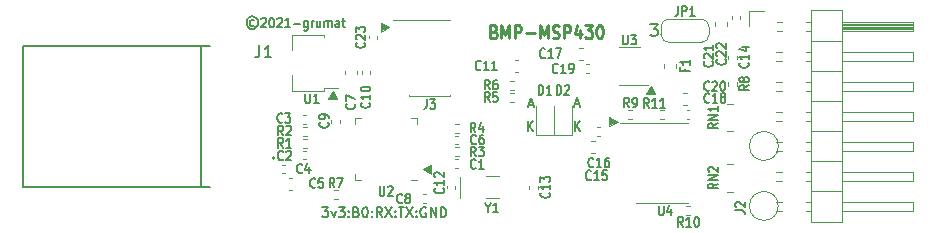
<source format=gto>
G04 #@! TF.GenerationSoftware,KiCad,Pcbnew,(5.1.10)-1*
G04 #@! TF.CreationDate,2021-07-14T18:31:49+02:00*
G04 #@! TF.ProjectId,MSPBMP2-stick,4d535042-4d50-4322-9d73-7469636b2e6b,rev?*
G04 #@! TF.SameCoordinates,Original*
G04 #@! TF.FileFunction,Legend,Top*
G04 #@! TF.FilePolarity,Positive*
%FSLAX46Y46*%
G04 Gerber Fmt 4.6, Leading zero omitted, Abs format (unit mm)*
G04 Created by KiCad (PCBNEW (5.1.10)-1) date 2021-07-14 18:31:49*
%MOMM*%
%LPD*%
G01*
G04 APERTURE LIST*
%ADD10C,0.100000*%
%ADD11C,0.150000*%
%ADD12C,0.120000*%
%ADD13C,0.228600*%
%ADD14C,0.200000*%
%ADD15C,0.127000*%
%ADD16C,0.152400*%
%ADD17O,3.350000X1.775000*%
%ADD18C,1.450000*%
%ADD19C,1.708000*%
%ADD20O,1.900000X1.900000*%
G04 APERTURE END LIST*
D10*
G36*
X79248500Y-53269000D02*
G01*
X78550000Y-53650000D01*
X78550000Y-52888000D01*
X79248500Y-53269000D01*
G37*
X79248500Y-53269000D02*
X78550000Y-53650000D01*
X78550000Y-52888000D01*
X79248500Y-53269000D01*
G36*
X74866500Y-59372500D02*
G01*
X74104500Y-59372500D01*
X74485500Y-58674000D01*
X74866500Y-59372500D01*
G37*
X74866500Y-59372500D02*
X74104500Y-59372500D01*
X74485500Y-58674000D01*
X74866500Y-59372500D01*
D11*
X73603152Y-68488076D02*
X74106314Y-68488076D01*
X73835380Y-68817066D01*
X73951495Y-68817066D01*
X74028904Y-68858190D01*
X74067609Y-68899314D01*
X74106314Y-68981561D01*
X74106314Y-69187180D01*
X74067609Y-69269428D01*
X74028904Y-69310552D01*
X73951495Y-69351676D01*
X73719266Y-69351676D01*
X73641857Y-69310552D01*
X73603152Y-69269428D01*
X74377247Y-68775942D02*
X74570771Y-69351676D01*
X74764295Y-68775942D01*
X74996523Y-68488076D02*
X75499685Y-68488076D01*
X75228752Y-68817066D01*
X75344866Y-68817066D01*
X75422276Y-68858190D01*
X75460980Y-68899314D01*
X75499685Y-68981561D01*
X75499685Y-69187180D01*
X75460980Y-69269428D01*
X75422276Y-69310552D01*
X75344866Y-69351676D01*
X75112638Y-69351676D01*
X75035228Y-69310552D01*
X74996523Y-69269428D01*
X75848028Y-69269428D02*
X75886733Y-69310552D01*
X75848028Y-69351676D01*
X75809323Y-69310552D01*
X75848028Y-69269428D01*
X75848028Y-69351676D01*
X75848028Y-68817066D02*
X75886733Y-68858190D01*
X75848028Y-68899314D01*
X75809323Y-68858190D01*
X75848028Y-68817066D01*
X75848028Y-68899314D01*
X76506009Y-68899314D02*
X76622123Y-68940438D01*
X76660828Y-68981561D01*
X76699533Y-69063809D01*
X76699533Y-69187180D01*
X76660828Y-69269428D01*
X76622123Y-69310552D01*
X76544714Y-69351676D01*
X76235076Y-69351676D01*
X76235076Y-68488076D01*
X76506009Y-68488076D01*
X76583419Y-68529200D01*
X76622123Y-68570323D01*
X76660828Y-68652571D01*
X76660828Y-68734819D01*
X76622123Y-68817066D01*
X76583419Y-68858190D01*
X76506009Y-68899314D01*
X76235076Y-68899314D01*
X77202695Y-68488076D02*
X77280104Y-68488076D01*
X77357514Y-68529200D01*
X77396219Y-68570323D01*
X77434923Y-68652571D01*
X77473628Y-68817066D01*
X77473628Y-69022685D01*
X77434923Y-69187180D01*
X77396219Y-69269428D01*
X77357514Y-69310552D01*
X77280104Y-69351676D01*
X77202695Y-69351676D01*
X77125285Y-69310552D01*
X77086580Y-69269428D01*
X77047876Y-69187180D01*
X77009171Y-69022685D01*
X77009171Y-68817066D01*
X77047876Y-68652571D01*
X77086580Y-68570323D01*
X77125285Y-68529200D01*
X77202695Y-68488076D01*
X77821971Y-69269428D02*
X77860676Y-69310552D01*
X77821971Y-69351676D01*
X77783266Y-69310552D01*
X77821971Y-69269428D01*
X77821971Y-69351676D01*
X77821971Y-68817066D02*
X77860676Y-68858190D01*
X77821971Y-68899314D01*
X77783266Y-68858190D01*
X77821971Y-68817066D01*
X77821971Y-68899314D01*
X78673476Y-69351676D02*
X78402542Y-68940438D01*
X78209019Y-69351676D02*
X78209019Y-68488076D01*
X78518657Y-68488076D01*
X78596066Y-68529200D01*
X78634771Y-68570323D01*
X78673476Y-68652571D01*
X78673476Y-68775942D01*
X78634771Y-68858190D01*
X78596066Y-68899314D01*
X78518657Y-68940438D01*
X78209019Y-68940438D01*
X78944409Y-68488076D02*
X79486276Y-69351676D01*
X79486276Y-68488076D02*
X78944409Y-69351676D01*
X79795914Y-69269428D02*
X79834619Y-69310552D01*
X79795914Y-69351676D01*
X79757209Y-69310552D01*
X79795914Y-69269428D01*
X79795914Y-69351676D01*
X79795914Y-68817066D02*
X79834619Y-68858190D01*
X79795914Y-68899314D01*
X79757209Y-68858190D01*
X79795914Y-68817066D01*
X79795914Y-68899314D01*
X80066847Y-68488076D02*
X80531304Y-68488076D01*
X80299076Y-69351676D02*
X80299076Y-68488076D01*
X80724828Y-68488076D02*
X81266695Y-69351676D01*
X81266695Y-68488076D02*
X80724828Y-69351676D01*
X81576333Y-69269428D02*
X81615038Y-69310552D01*
X81576333Y-69351676D01*
X81537628Y-69310552D01*
X81576333Y-69269428D01*
X81576333Y-69351676D01*
X81576333Y-68817066D02*
X81615038Y-68858190D01*
X81576333Y-68899314D01*
X81537628Y-68858190D01*
X81576333Y-68817066D01*
X81576333Y-68899314D01*
X82389133Y-68529200D02*
X82311723Y-68488076D01*
X82195609Y-68488076D01*
X82079495Y-68529200D01*
X82002085Y-68611447D01*
X81963380Y-68693695D01*
X81924676Y-68858190D01*
X81924676Y-68981561D01*
X81963380Y-69146057D01*
X82002085Y-69228304D01*
X82079495Y-69310552D01*
X82195609Y-69351676D01*
X82273019Y-69351676D01*
X82389133Y-69310552D01*
X82427838Y-69269428D01*
X82427838Y-68981561D01*
X82273019Y-68981561D01*
X82776180Y-69351676D02*
X82776180Y-68488076D01*
X83240638Y-69351676D01*
X83240638Y-68488076D01*
X83627685Y-69351676D02*
X83627685Y-68488076D01*
X83821209Y-68488076D01*
X83937323Y-68529200D01*
X84014733Y-68611447D01*
X84053438Y-68693695D01*
X84092142Y-68858190D01*
X84092142Y-68981561D01*
X84053438Y-69146057D01*
X84014733Y-69228304D01*
X83937323Y-69310552D01*
X83821209Y-69351676D01*
X83627685Y-69351676D01*
D12*
X112217795Y-68389500D02*
G75*
G03*
X112217795Y-68389500I-1219795J0D01*
G01*
X112224389Y-63309500D02*
G75*
G03*
X112224389Y-63309500I-1226389J0D01*
G01*
D11*
X67827866Y-52648419D02*
X67760133Y-52609714D01*
X67624666Y-52609714D01*
X67556933Y-52648419D01*
X67489200Y-52725828D01*
X67455333Y-52803238D01*
X67455333Y-52958057D01*
X67489200Y-53035466D01*
X67556933Y-53112876D01*
X67624666Y-53151580D01*
X67760133Y-53151580D01*
X67827866Y-53112876D01*
X67692400Y-52338780D02*
X67523066Y-52377485D01*
X67353733Y-52493600D01*
X67252133Y-52687123D01*
X67218266Y-52880647D01*
X67252133Y-53074171D01*
X67353733Y-53267695D01*
X67523066Y-53383809D01*
X67692400Y-53422514D01*
X67861733Y-53383809D01*
X68031066Y-53267695D01*
X68132666Y-53074171D01*
X68166533Y-52880647D01*
X68132666Y-52687123D01*
X68031066Y-52493600D01*
X67861733Y-52377485D01*
X67692400Y-52338780D01*
X68437466Y-52532304D02*
X68471333Y-52493600D01*
X68539066Y-52454895D01*
X68708400Y-52454895D01*
X68776133Y-52493600D01*
X68810000Y-52532304D01*
X68843866Y-52609714D01*
X68843866Y-52687123D01*
X68810000Y-52803238D01*
X68403600Y-53267695D01*
X68843866Y-53267695D01*
X69284133Y-52454895D02*
X69351866Y-52454895D01*
X69419600Y-52493600D01*
X69453466Y-52532304D01*
X69487333Y-52609714D01*
X69521200Y-52764533D01*
X69521200Y-52958057D01*
X69487333Y-53112876D01*
X69453466Y-53190285D01*
X69419600Y-53228990D01*
X69351866Y-53267695D01*
X69284133Y-53267695D01*
X69216400Y-53228990D01*
X69182533Y-53190285D01*
X69148666Y-53112876D01*
X69114800Y-52958057D01*
X69114800Y-52764533D01*
X69148666Y-52609714D01*
X69182533Y-52532304D01*
X69216400Y-52493600D01*
X69284133Y-52454895D01*
X69792133Y-52532304D02*
X69826000Y-52493600D01*
X69893733Y-52454895D01*
X70063066Y-52454895D01*
X70130800Y-52493600D01*
X70164666Y-52532304D01*
X70198533Y-52609714D01*
X70198533Y-52687123D01*
X70164666Y-52803238D01*
X69758266Y-53267695D01*
X70198533Y-53267695D01*
X70875866Y-53267695D02*
X70469466Y-53267695D01*
X70672666Y-53267695D02*
X70672666Y-52454895D01*
X70604933Y-52571009D01*
X70537200Y-52648419D01*
X70469466Y-52687123D01*
X71180666Y-52958057D02*
X71722533Y-52958057D01*
X72366000Y-52725828D02*
X72366000Y-53383809D01*
X72332133Y-53461219D01*
X72298266Y-53499923D01*
X72230533Y-53538628D01*
X72128933Y-53538628D01*
X72061200Y-53499923D01*
X72366000Y-53228990D02*
X72298266Y-53267695D01*
X72162800Y-53267695D01*
X72095066Y-53228990D01*
X72061200Y-53190285D01*
X72027333Y-53112876D01*
X72027333Y-52880647D01*
X72061200Y-52803238D01*
X72095066Y-52764533D01*
X72162800Y-52725828D01*
X72298266Y-52725828D01*
X72366000Y-52764533D01*
X72704666Y-53267695D02*
X72704666Y-52725828D01*
X72704666Y-52880647D02*
X72738533Y-52803238D01*
X72772400Y-52764533D01*
X72840133Y-52725828D01*
X72907866Y-52725828D01*
X73449733Y-52725828D02*
X73449733Y-53267695D01*
X73144933Y-52725828D02*
X73144933Y-53151580D01*
X73178800Y-53228990D01*
X73246533Y-53267695D01*
X73348133Y-53267695D01*
X73415866Y-53228990D01*
X73449733Y-53190285D01*
X73788400Y-53267695D02*
X73788400Y-52725828D01*
X73788400Y-52803238D02*
X73822266Y-52764533D01*
X73890000Y-52725828D01*
X73991600Y-52725828D01*
X74059333Y-52764533D01*
X74093200Y-52841942D01*
X74093200Y-53267695D01*
X74093200Y-52841942D02*
X74127066Y-52764533D01*
X74194800Y-52725828D01*
X74296400Y-52725828D01*
X74364133Y-52764533D01*
X74398000Y-52841942D01*
X74398000Y-53267695D01*
X75041466Y-53267695D02*
X75041466Y-52841942D01*
X75007600Y-52764533D01*
X74939866Y-52725828D01*
X74804400Y-52725828D01*
X74736666Y-52764533D01*
X75041466Y-53228990D02*
X74973733Y-53267695D01*
X74804400Y-53267695D01*
X74736666Y-53228990D01*
X74702800Y-53151580D01*
X74702800Y-53074171D01*
X74736666Y-52996761D01*
X74804400Y-52958057D01*
X74973733Y-52958057D01*
X75041466Y-52919352D01*
X75278533Y-52725828D02*
X75549466Y-52725828D01*
X75380133Y-52454895D02*
X75380133Y-53151580D01*
X75414000Y-53228990D01*
X75481733Y-53267695D01*
X75549466Y-53267695D01*
D13*
X88139676Y-53620171D02*
X88277561Y-53673390D01*
X88323523Y-53726609D01*
X88369485Y-53833047D01*
X88369485Y-53992704D01*
X88323523Y-54099142D01*
X88277561Y-54152361D01*
X88185638Y-54205580D01*
X87817942Y-54205580D01*
X87817942Y-53087980D01*
X88139676Y-53087980D01*
X88231600Y-53141200D01*
X88277561Y-53194419D01*
X88323523Y-53300857D01*
X88323523Y-53407295D01*
X88277561Y-53513733D01*
X88231600Y-53566952D01*
X88139676Y-53620171D01*
X87817942Y-53620171D01*
X88783142Y-54205580D02*
X88783142Y-53087980D01*
X89104876Y-53886266D01*
X89426609Y-53087980D01*
X89426609Y-54205580D01*
X89886228Y-54205580D02*
X89886228Y-53087980D01*
X90253923Y-53087980D01*
X90345847Y-53141200D01*
X90391809Y-53194419D01*
X90437771Y-53300857D01*
X90437771Y-53460514D01*
X90391809Y-53566952D01*
X90345847Y-53620171D01*
X90253923Y-53673390D01*
X89886228Y-53673390D01*
X90851428Y-53779828D02*
X91586819Y-53779828D01*
X92046438Y-54205580D02*
X92046438Y-53087980D01*
X92368171Y-53886266D01*
X92689904Y-53087980D01*
X92689904Y-54205580D01*
X93103561Y-54152361D02*
X93241447Y-54205580D01*
X93471257Y-54205580D01*
X93563180Y-54152361D01*
X93609142Y-54099142D01*
X93655104Y-53992704D01*
X93655104Y-53886266D01*
X93609142Y-53779828D01*
X93563180Y-53726609D01*
X93471257Y-53673390D01*
X93287409Y-53620171D01*
X93195485Y-53566952D01*
X93149523Y-53513733D01*
X93103561Y-53407295D01*
X93103561Y-53300857D01*
X93149523Y-53194419D01*
X93195485Y-53141200D01*
X93287409Y-53087980D01*
X93517219Y-53087980D01*
X93655104Y-53141200D01*
X94068761Y-54205580D02*
X94068761Y-53087980D01*
X94436457Y-53087980D01*
X94528380Y-53141200D01*
X94574342Y-53194419D01*
X94620304Y-53300857D01*
X94620304Y-53460514D01*
X94574342Y-53566952D01*
X94528380Y-53620171D01*
X94436457Y-53673390D01*
X94068761Y-53673390D01*
X95447619Y-53460514D02*
X95447619Y-54205580D01*
X95217809Y-53034761D02*
X94988000Y-53833047D01*
X95585504Y-53833047D01*
X95861276Y-53087980D02*
X96458780Y-53087980D01*
X96137047Y-53513733D01*
X96274933Y-53513733D01*
X96366857Y-53566952D01*
X96412819Y-53620171D01*
X96458780Y-53726609D01*
X96458780Y-53992704D01*
X96412819Y-54099142D01*
X96366857Y-54152361D01*
X96274933Y-54205580D01*
X95999161Y-54205580D01*
X95907238Y-54152361D01*
X95861276Y-54099142D01*
X97056285Y-53087980D02*
X97148209Y-53087980D01*
X97240133Y-53141200D01*
X97286095Y-53194419D01*
X97332057Y-53300857D01*
X97378019Y-53513733D01*
X97378019Y-53779828D01*
X97332057Y-53992704D01*
X97286095Y-54099142D01*
X97240133Y-54152361D01*
X97148209Y-54205580D01*
X97056285Y-54205580D01*
X96964361Y-54152361D01*
X96918400Y-54099142D01*
X96872438Y-53992704D01*
X96826476Y-53779828D01*
X96826476Y-53513733D01*
X96872438Y-53300857D01*
X96918400Y-53194419D01*
X96964361Y-53141200D01*
X97056285Y-53087980D01*
D11*
X94987533Y-62038895D02*
X94987533Y-61226095D01*
X95393933Y-62038895D02*
X95089133Y-61574438D01*
X95393933Y-61226095D02*
X94987533Y-61690552D01*
X91038733Y-62042695D02*
X91038733Y-61229895D01*
X91445133Y-62042695D02*
X91140333Y-61578238D01*
X91445133Y-61229895D02*
X91038733Y-61694352D01*
X91105666Y-59810466D02*
X91444333Y-59810466D01*
X91037933Y-60042695D02*
X91275000Y-59229895D01*
X91512066Y-60042695D01*
X95004466Y-59774666D02*
X95343133Y-59774666D01*
X94936733Y-60006895D02*
X95173800Y-59194095D01*
X95410866Y-60006895D01*
D10*
G36*
X101800000Y-58900000D02*
G01*
X101038000Y-58900000D01*
X101419000Y-58201500D01*
X101800000Y-58900000D01*
G37*
X101800000Y-58900000D02*
X101038000Y-58900000D01*
X101419000Y-58201500D01*
X101800000Y-58900000D01*
G36*
X82798500Y-65681000D02*
G01*
X82100000Y-65300000D01*
X82798500Y-64919000D01*
X82798500Y-65681000D01*
G37*
X82798500Y-65681000D02*
X82100000Y-65300000D01*
X82798500Y-64919000D01*
X82798500Y-65681000D01*
G36*
X98615500Y-61281000D02*
G01*
X97917000Y-61662000D01*
X97917000Y-60900000D01*
X98615500Y-61281000D01*
G37*
X98615500Y-61281000D02*
X97917000Y-61662000D01*
X97917000Y-60900000D01*
X98615500Y-61281000D01*
D14*
X69575000Y-64325000D02*
G75*
G03*
X69575000Y-64325000I-100000J0D01*
G01*
D15*
X48275000Y-66825000D02*
X63325000Y-66825000D01*
X48275000Y-54825000D02*
X48275000Y-66825000D01*
X63325000Y-54825000D02*
X48275000Y-54825000D01*
X63325000Y-66825000D02*
X64075000Y-66825000D01*
X63325000Y-54825000D02*
X63325000Y-66825000D01*
X64075000Y-54825000D02*
X63325000Y-54825000D01*
D12*
X108400000Y-67180000D02*
X107900000Y-67180000D01*
X108400000Y-64820000D02*
X107900000Y-64820000D01*
X108400000Y-62076500D02*
X107900000Y-62076500D01*
X108400000Y-59716500D02*
X107900000Y-59716500D01*
X98725000Y-58185000D02*
X101175000Y-58185000D01*
X100525000Y-54965000D02*
X98725000Y-54965000D01*
X72240835Y-61410000D02*
X72009165Y-61410000D01*
X72240835Y-60690000D02*
X72009165Y-60690000D01*
X72240835Y-64435000D02*
X72009165Y-64435000D01*
X72240835Y-63715000D02*
X72009165Y-63715000D01*
X106375000Y-53250000D02*
X106375000Y-53850000D01*
X102925000Y-52550000D02*
X105725000Y-52550000D01*
X102275000Y-53850000D02*
X102275000Y-53250000D01*
X105725000Y-54550000D02*
X102925000Y-54550000D01*
X106375000Y-53850000D02*
G75*
G02*
X105675000Y-54550000I-700000J0D01*
G01*
X105675000Y-52550000D02*
G75*
G02*
X106375000Y-53250000I0J-700000D01*
G01*
X102275000Y-53250000D02*
G75*
G02*
X102975000Y-52550000I700000J0D01*
G01*
X102975000Y-54550000D02*
G75*
G02*
X102275000Y-53850000I0J700000D01*
G01*
X96671267Y-63885000D02*
X96378733Y-63885000D01*
X96671267Y-62865000D02*
X96378733Y-62865000D01*
X103560000Y-56353733D02*
X103560000Y-56696267D01*
X102540000Y-56353733D02*
X102540000Y-56696267D01*
X106890000Y-52853733D02*
X106890000Y-53146267D01*
X107910000Y-52853733D02*
X107910000Y-53146267D01*
X77530000Y-54225835D02*
X77530000Y-53994165D01*
X78250000Y-54225835D02*
X78250000Y-53994165D01*
X76865000Y-66160000D02*
X76390000Y-66160000D01*
X76390000Y-66160000D02*
X76390000Y-65685000D01*
X81135000Y-60940000D02*
X81610000Y-60940000D01*
X81610000Y-60940000D02*
X81610000Y-61415000D01*
X76865000Y-60940000D02*
X76390000Y-60940000D01*
X76390000Y-60940000D02*
X76390000Y-61415000D01*
X81135000Y-66160000D02*
X81610000Y-66160000D01*
X84465000Y-59010000D02*
X84465000Y-59075000D01*
X80935000Y-59010000D02*
X80935000Y-59075000D01*
X84465000Y-52605000D02*
X84465000Y-52670000D01*
X80935000Y-52605000D02*
X80935000Y-52670000D01*
X79610000Y-52670000D02*
X80935000Y-52670000D01*
X80935000Y-59075000D02*
X84465000Y-59075000D01*
X80935000Y-52605000D02*
X84465000Y-52605000D01*
X74582379Y-67070000D02*
X74917621Y-67070000D01*
X74582379Y-67830000D02*
X74917621Y-67830000D01*
X87450000Y-65850000D02*
X88550000Y-65850000D01*
X87450000Y-67750000D02*
X88550000Y-67750000D01*
X85300000Y-65900000D02*
X85300000Y-67700000D01*
X91860000Y-66684165D02*
X91860000Y-66915835D01*
X91140000Y-66684165D02*
X91140000Y-66915835D01*
X73767500Y-53901000D02*
X73767500Y-54131000D01*
X73767500Y-58621000D02*
X73767500Y-58391000D01*
X73767500Y-58621000D02*
X71047500Y-58621000D01*
X71047500Y-58621000D02*
X71047500Y-57311000D01*
X74907500Y-58391000D02*
X73767500Y-58391000D01*
X71047500Y-53901000D02*
X73767500Y-53901000D01*
X71047500Y-55211000D02*
X71047500Y-53901000D01*
X104767621Y-69130000D02*
X104432379Y-69130000D01*
X104767621Y-68370000D02*
X104432379Y-68370000D01*
X114980000Y-51832200D02*
X114980000Y-69732200D01*
X114980000Y-69732200D02*
X117640000Y-69732200D01*
X117640000Y-69732200D02*
X117640000Y-51832200D01*
X117640000Y-51832200D02*
X114980000Y-51832200D01*
X117640000Y-52782200D02*
X123640000Y-52782200D01*
X123640000Y-52782200D02*
X123640000Y-53542200D01*
X123640000Y-53542200D02*
X117640000Y-53542200D01*
X117640000Y-52842200D02*
X123640000Y-52842200D01*
X117640000Y-52962200D02*
X123640000Y-52962200D01*
X117640000Y-53082200D02*
X123640000Y-53082200D01*
X117640000Y-53202200D02*
X123640000Y-53202200D01*
X117640000Y-53322200D02*
X123640000Y-53322200D01*
X117640000Y-53442200D02*
X123640000Y-53442200D01*
X114582929Y-52782200D02*
X114980000Y-52782200D01*
X114582929Y-53542200D02*
X114980000Y-53542200D01*
X112110000Y-52782200D02*
X112497071Y-52782200D01*
X112110000Y-53542200D02*
X112497071Y-53542200D01*
X114980000Y-54432200D02*
X117640000Y-54432200D01*
X117640000Y-55322200D02*
X123640000Y-55322200D01*
X123640000Y-55322200D02*
X123640000Y-56082200D01*
X123640000Y-56082200D02*
X117640000Y-56082200D01*
X114582929Y-55322200D02*
X114980000Y-55322200D01*
X114582929Y-56082200D02*
X114980000Y-56082200D01*
X112042929Y-55322200D02*
X112497071Y-55322200D01*
X112042929Y-56082200D02*
X112497071Y-56082200D01*
X114980000Y-56972200D02*
X117640000Y-56972200D01*
X117640000Y-57862200D02*
X123640000Y-57862200D01*
X123640000Y-57862200D02*
X123640000Y-58622200D01*
X123640000Y-58622200D02*
X117640000Y-58622200D01*
X114582929Y-57862200D02*
X114980000Y-57862200D01*
X114582929Y-58622200D02*
X114980000Y-58622200D01*
X112042929Y-57862200D02*
X112497071Y-57862200D01*
X112042929Y-58622200D02*
X112497071Y-58622200D01*
X114980000Y-59512200D02*
X117640000Y-59512200D01*
X117640000Y-60402200D02*
X123640000Y-60402200D01*
X123640000Y-60402200D02*
X123640000Y-61162200D01*
X123640000Y-61162200D02*
X117640000Y-61162200D01*
X114582929Y-60402200D02*
X114980000Y-60402200D01*
X114582929Y-61162200D02*
X114980000Y-61162200D01*
X112042929Y-60402200D02*
X112497071Y-60402200D01*
X112042929Y-61162200D02*
X112497071Y-61162200D01*
X114980000Y-62052200D02*
X117640000Y-62052200D01*
X117640000Y-62942200D02*
X123640000Y-62942200D01*
X123640000Y-62942200D02*
X123640000Y-63702200D01*
X123640000Y-63702200D02*
X117640000Y-63702200D01*
X114582929Y-62942200D02*
X114980000Y-62942200D01*
X114582929Y-63702200D02*
X114980000Y-63702200D01*
X112042929Y-62942200D02*
X112497071Y-62942200D01*
X112042929Y-63702200D02*
X112497071Y-63702200D01*
X114980000Y-64592200D02*
X117640000Y-64592200D01*
X117640000Y-65482200D02*
X123640000Y-65482200D01*
X123640000Y-65482200D02*
X123640000Y-66242200D01*
X123640000Y-66242200D02*
X117640000Y-66242200D01*
X114582929Y-65482200D02*
X114980000Y-65482200D01*
X114582929Y-66242200D02*
X114980000Y-66242200D01*
X112042929Y-65482200D02*
X112497071Y-65482200D01*
X112042929Y-66242200D02*
X112497071Y-66242200D01*
X114980000Y-67132200D02*
X117640000Y-67132200D01*
X117640000Y-68022200D02*
X123640000Y-68022200D01*
X123640000Y-68022200D02*
X123640000Y-68782200D01*
X123640000Y-68782200D02*
X117640000Y-68782200D01*
X114582929Y-68022200D02*
X114980000Y-68022200D01*
X114582929Y-68782200D02*
X114980000Y-68782200D01*
X112042929Y-68022200D02*
X112497071Y-68022200D01*
X112042929Y-68782200D02*
X112497071Y-68782200D01*
X109730000Y-53162200D02*
X109730000Y-51892200D01*
X109730000Y-51892200D02*
X111000000Y-51892200D01*
X102400000Y-68110000D02*
X104600000Y-68110000D01*
X102400000Y-68110000D02*
X100200000Y-68110000D01*
X102400000Y-61340000D02*
X104600000Y-61340000D01*
X102400000Y-61340000D02*
X98800000Y-61340000D01*
X108710000Y-55915835D02*
X108710000Y-55684165D01*
X107990000Y-55915835D02*
X107990000Y-55684165D01*
X84832379Y-63420000D02*
X85167621Y-63420000D01*
X84832379Y-64180000D02*
X85167621Y-64180000D01*
X89829621Y-58546000D02*
X89494379Y-58546000D01*
X89829621Y-57786000D02*
X89494379Y-57786000D01*
X102503621Y-61022500D02*
X102168379Y-61022500D01*
X102503621Y-60262500D02*
X102168379Y-60262500D01*
X108730000Y-57882379D02*
X108730000Y-58217621D01*
X107970000Y-57882379D02*
X107970000Y-58217621D01*
X99842621Y-61022500D02*
X99507379Y-61022500D01*
X99842621Y-60262500D02*
X99507379Y-60262500D01*
X89841721Y-59562000D02*
X89506479Y-59562000D01*
X89841721Y-58802000D02*
X89506479Y-58802000D01*
X85167621Y-62205000D02*
X84832379Y-62205000D01*
X85167621Y-61445000D02*
X84832379Y-61445000D01*
X72303621Y-62431400D02*
X71968379Y-62431400D01*
X72303621Y-61671400D02*
X71968379Y-61671400D01*
X72303621Y-63447400D02*
X71968379Y-63447400D01*
X72303621Y-62687400D02*
X71968379Y-62687400D01*
X95959165Y-56390000D02*
X96190835Y-56390000D01*
X95959165Y-57110000D02*
X96190835Y-57110000D01*
X109010000Y-52334165D02*
X109010000Y-52565835D01*
X108290000Y-52334165D02*
X108290000Y-52565835D01*
X95658767Y-56010000D02*
X95366233Y-56010000D01*
X95658767Y-54990000D02*
X95366233Y-54990000D01*
X104184233Y-58862500D02*
X104476767Y-58862500D01*
X104184233Y-59882500D02*
X104476767Y-59882500D01*
X104468665Y-60282500D02*
X104700335Y-60282500D01*
X104468665Y-61002500D02*
X104700335Y-61002500D01*
X97140835Y-62460000D02*
X96909165Y-62460000D01*
X97140835Y-61740000D02*
X96909165Y-61740000D01*
X84884165Y-64440000D02*
X85115835Y-64440000D01*
X84884165Y-65160000D02*
X85115835Y-65160000D01*
X84860000Y-66684165D02*
X84860000Y-66915835D01*
X84140000Y-66684165D02*
X84140000Y-66915835D01*
X89896733Y-56005000D02*
X90189267Y-56005000D01*
X89896733Y-57025000D02*
X90189267Y-57025000D01*
X74390000Y-61365835D02*
X74390000Y-61134165D01*
X75110000Y-61365835D02*
X75110000Y-61134165D01*
X82365835Y-68135000D02*
X82134165Y-68135000D01*
X82365835Y-67415000D02*
X82134165Y-67415000D01*
X85115835Y-63185000D02*
X84884165Y-63185000D01*
X85115835Y-62465000D02*
X84884165Y-62465000D01*
X77660000Y-56984165D02*
X77660000Y-57215835D01*
X76940000Y-56984165D02*
X76940000Y-57215835D01*
X76560000Y-56953733D02*
X76560000Y-57246267D01*
X75540000Y-56953733D02*
X75540000Y-57246267D01*
X70753733Y-65990000D02*
X71046267Y-65990000D01*
X70753733Y-67010000D02*
X71046267Y-67010000D01*
X70209165Y-64890000D02*
X70440835Y-64890000D01*
X70209165Y-65610000D02*
X70440835Y-65610000D01*
X93245000Y-59906000D02*
X93245000Y-62366000D01*
X93245000Y-62366000D02*
X94715000Y-62366000D01*
X94715000Y-62366000D02*
X94715000Y-59906000D01*
X91721000Y-59906000D02*
X91721000Y-62366000D01*
X91721000Y-62366000D02*
X93191000Y-62366000D01*
X93191000Y-62366000D02*
X93191000Y-59906000D01*
D16*
X68291666Y-54802380D02*
X68291666Y-55516666D01*
X68244047Y-55659523D01*
X68148809Y-55754761D01*
X68005952Y-55802380D01*
X67910714Y-55802380D01*
X69291666Y-55802380D02*
X68720238Y-55802380D01*
X69005952Y-55802380D02*
X69005952Y-54802380D01*
X68910714Y-54945238D01*
X68815476Y-55040476D01*
X68720238Y-55088095D01*
X107092695Y-66491066D02*
X106705647Y-66728133D01*
X107092695Y-66897466D02*
X106279895Y-66897466D01*
X106279895Y-66626533D01*
X106318600Y-66558800D01*
X106357304Y-66524933D01*
X106434714Y-66491066D01*
X106550828Y-66491066D01*
X106628238Y-66524933D01*
X106666942Y-66558800D01*
X106705647Y-66626533D01*
X106705647Y-66897466D01*
X107092695Y-66186266D02*
X106279895Y-66186266D01*
X107092695Y-65779866D01*
X106279895Y-65779866D01*
X106357304Y-65475066D02*
X106318600Y-65441200D01*
X106279895Y-65373466D01*
X106279895Y-65204133D01*
X106318600Y-65136400D01*
X106357304Y-65102533D01*
X106434714Y-65068666D01*
X106512123Y-65068666D01*
X106628238Y-65102533D01*
X107092695Y-65508933D01*
X107092695Y-65068666D01*
X107092695Y-61391066D02*
X106705647Y-61628133D01*
X107092695Y-61797466D02*
X106279895Y-61797466D01*
X106279895Y-61526533D01*
X106318600Y-61458800D01*
X106357304Y-61424933D01*
X106434714Y-61391066D01*
X106550828Y-61391066D01*
X106628238Y-61424933D01*
X106666942Y-61458800D01*
X106705647Y-61526533D01*
X106705647Y-61797466D01*
X107092695Y-61086266D02*
X106279895Y-61086266D01*
X107092695Y-60679866D01*
X106279895Y-60679866D01*
X107092695Y-59968666D02*
X107092695Y-60375066D01*
X107092695Y-60171866D02*
X106279895Y-60171866D01*
X106396009Y-60239600D01*
X106473419Y-60307333D01*
X106512123Y-60375066D01*
X99058133Y-53904895D02*
X99058133Y-54562876D01*
X99092000Y-54640285D01*
X99125866Y-54678990D01*
X99193600Y-54717695D01*
X99329066Y-54717695D01*
X99396800Y-54678990D01*
X99430666Y-54640285D01*
X99464533Y-54562876D01*
X99464533Y-53904895D01*
X99735466Y-53904895D02*
X100175733Y-53904895D01*
X99938666Y-54214533D01*
X100040266Y-54214533D01*
X100108000Y-54253238D01*
X100141866Y-54291942D01*
X100175733Y-54369352D01*
X100175733Y-54562876D01*
X100141866Y-54640285D01*
X100108000Y-54678990D01*
X100040266Y-54717695D01*
X99837066Y-54717695D01*
X99769333Y-54678990D01*
X99735466Y-54640285D01*
X70231466Y-61265285D02*
X70197600Y-61303990D01*
X70096000Y-61342695D01*
X70028266Y-61342695D01*
X69926666Y-61303990D01*
X69858933Y-61226580D01*
X69825066Y-61149171D01*
X69791200Y-60994352D01*
X69791200Y-60878238D01*
X69825066Y-60723419D01*
X69858933Y-60646009D01*
X69926666Y-60568600D01*
X70028266Y-60529895D01*
X70096000Y-60529895D01*
X70197600Y-60568600D01*
X70231466Y-60607304D01*
X70468533Y-60529895D02*
X70908800Y-60529895D01*
X70671733Y-60839533D01*
X70773333Y-60839533D01*
X70841066Y-60878238D01*
X70874933Y-60916942D01*
X70908800Y-60994352D01*
X70908800Y-61187876D01*
X70874933Y-61265285D01*
X70841066Y-61303990D01*
X70773333Y-61342695D01*
X70570133Y-61342695D01*
X70502400Y-61303990D01*
X70468533Y-61265285D01*
X70281466Y-64440285D02*
X70247600Y-64478990D01*
X70146000Y-64517695D01*
X70078266Y-64517695D01*
X69976666Y-64478990D01*
X69908933Y-64401580D01*
X69875066Y-64324171D01*
X69841200Y-64169352D01*
X69841200Y-64053238D01*
X69875066Y-63898419D01*
X69908933Y-63821009D01*
X69976666Y-63743600D01*
X70078266Y-63704895D01*
X70146000Y-63704895D01*
X70247600Y-63743600D01*
X70281466Y-63782304D01*
X70552400Y-63782304D02*
X70586266Y-63743600D01*
X70654000Y-63704895D01*
X70823333Y-63704895D01*
X70891066Y-63743600D01*
X70924933Y-63782304D01*
X70958800Y-63859714D01*
X70958800Y-63937123D01*
X70924933Y-64053238D01*
X70518533Y-64517695D01*
X70958800Y-64517695D01*
X103732333Y-51479895D02*
X103732333Y-52060466D01*
X103698466Y-52176580D01*
X103630733Y-52253990D01*
X103529133Y-52292695D01*
X103461400Y-52292695D01*
X104071000Y-52292695D02*
X104071000Y-51479895D01*
X104341933Y-51479895D01*
X104409666Y-51518600D01*
X104443533Y-51557304D01*
X104477400Y-51634714D01*
X104477400Y-51750828D01*
X104443533Y-51828238D01*
X104409666Y-51866942D01*
X104341933Y-51905647D01*
X104071000Y-51905647D01*
X105154733Y-52292695D02*
X104748333Y-52292695D01*
X104951533Y-52292695D02*
X104951533Y-51479895D01*
X104883800Y-51596009D01*
X104816066Y-51673419D01*
X104748333Y-51712123D01*
D11*
X101391666Y-53002380D02*
X102010714Y-53002380D01*
X101677380Y-53383333D01*
X101820238Y-53383333D01*
X101915476Y-53430952D01*
X101963095Y-53478571D01*
X102010714Y-53573809D01*
X102010714Y-53811904D01*
X101963095Y-53907142D01*
X101915476Y-53954761D01*
X101820238Y-54002380D01*
X101534523Y-54002380D01*
X101439285Y-53954761D01*
X101391666Y-53907142D01*
D16*
X96367800Y-66115285D02*
X96333933Y-66153990D01*
X96232333Y-66192695D01*
X96164600Y-66192695D01*
X96063000Y-66153990D01*
X95995266Y-66076580D01*
X95961400Y-65999171D01*
X95927533Y-65844352D01*
X95927533Y-65728238D01*
X95961400Y-65573419D01*
X95995266Y-65496009D01*
X96063000Y-65418600D01*
X96164600Y-65379895D01*
X96232333Y-65379895D01*
X96333933Y-65418600D01*
X96367800Y-65457304D01*
X97045133Y-66192695D02*
X96638733Y-66192695D01*
X96841933Y-66192695D02*
X96841933Y-65379895D01*
X96774200Y-65496009D01*
X96706466Y-65573419D01*
X96638733Y-65612123D01*
X97688600Y-65379895D02*
X97349933Y-65379895D01*
X97316066Y-65766942D01*
X97349933Y-65728238D01*
X97417666Y-65689533D01*
X97587000Y-65689533D01*
X97654733Y-65728238D01*
X97688600Y-65766942D01*
X97722466Y-65844352D01*
X97722466Y-66037876D01*
X97688600Y-66115285D01*
X97654733Y-66153990D01*
X97587000Y-66192695D01*
X97417666Y-66192695D01*
X97349933Y-66153990D01*
X97316066Y-66115285D01*
X104316942Y-56762066D02*
X104316942Y-56999133D01*
X104742695Y-56999133D02*
X103929895Y-56999133D01*
X103929895Y-56660466D01*
X104742695Y-56017000D02*
X104742695Y-56423400D01*
X104742695Y-56220200D02*
X103929895Y-56220200D01*
X104046009Y-56287933D01*
X104123419Y-56355666D01*
X104162123Y-56423400D01*
X106640285Y-56157200D02*
X106678990Y-56191066D01*
X106717695Y-56292666D01*
X106717695Y-56360400D01*
X106678990Y-56462000D01*
X106601580Y-56529733D01*
X106524171Y-56563600D01*
X106369352Y-56597466D01*
X106253238Y-56597466D01*
X106098419Y-56563600D01*
X106021009Y-56529733D01*
X105943600Y-56462000D01*
X105904895Y-56360400D01*
X105904895Y-56292666D01*
X105943600Y-56191066D01*
X105982304Y-56157200D01*
X105982304Y-55886266D02*
X105943600Y-55852400D01*
X105904895Y-55784666D01*
X105904895Y-55615333D01*
X105943600Y-55547600D01*
X105982304Y-55513733D01*
X106059714Y-55479866D01*
X106137123Y-55479866D01*
X106253238Y-55513733D01*
X106717695Y-55920133D01*
X106717695Y-55479866D01*
X106717695Y-54802533D02*
X106717695Y-55208933D01*
X106717695Y-55005733D02*
X105904895Y-55005733D01*
X106021009Y-55073466D01*
X106098419Y-55141200D01*
X106137123Y-55208933D01*
X77180285Y-54567200D02*
X77218990Y-54601066D01*
X77257695Y-54702666D01*
X77257695Y-54770400D01*
X77218990Y-54872000D01*
X77141580Y-54939733D01*
X77064171Y-54973600D01*
X76909352Y-55007466D01*
X76793238Y-55007466D01*
X76638419Y-54973600D01*
X76561009Y-54939733D01*
X76483600Y-54872000D01*
X76444895Y-54770400D01*
X76444895Y-54702666D01*
X76483600Y-54601066D01*
X76522304Y-54567200D01*
X76522304Y-54296266D02*
X76483600Y-54262400D01*
X76444895Y-54194666D01*
X76444895Y-54025333D01*
X76483600Y-53957600D01*
X76522304Y-53923733D01*
X76599714Y-53889866D01*
X76677123Y-53889866D01*
X76793238Y-53923733D01*
X77257695Y-54330133D01*
X77257695Y-53889866D01*
X76444895Y-53652800D02*
X76444895Y-53212533D01*
X76754533Y-53449600D01*
X76754533Y-53348000D01*
X76793238Y-53280266D01*
X76831942Y-53246400D01*
X76909352Y-53212533D01*
X77102876Y-53212533D01*
X77180285Y-53246400D01*
X77218990Y-53280266D01*
X77257695Y-53348000D01*
X77257695Y-53551200D01*
X77218990Y-53618933D01*
X77180285Y-53652800D01*
D11*
X78458133Y-66704895D02*
X78458133Y-67362876D01*
X78492000Y-67440285D01*
X78525866Y-67478990D01*
X78593600Y-67517695D01*
X78729066Y-67517695D01*
X78796800Y-67478990D01*
X78830666Y-67440285D01*
X78864533Y-67362876D01*
X78864533Y-66704895D01*
X79169333Y-66782304D02*
X79203200Y-66743600D01*
X79270933Y-66704895D01*
X79440266Y-66704895D01*
X79508000Y-66743600D01*
X79541866Y-66782304D01*
X79575733Y-66859714D01*
X79575733Y-66937123D01*
X79541866Y-67053238D01*
X79135466Y-67517695D01*
X79575733Y-67517695D01*
X82462933Y-59354895D02*
X82462933Y-59935466D01*
X82429066Y-60051580D01*
X82361333Y-60128990D01*
X82259733Y-60167695D01*
X82192000Y-60167695D01*
X82733866Y-59354895D02*
X83174133Y-59354895D01*
X82937066Y-59664533D01*
X83038666Y-59664533D01*
X83106400Y-59703238D01*
X83140266Y-59741942D01*
X83174133Y-59819352D01*
X83174133Y-60012876D01*
X83140266Y-60090285D01*
X83106400Y-60128990D01*
X83038666Y-60167695D01*
X82835466Y-60167695D01*
X82767733Y-60128990D01*
X82733866Y-60090285D01*
X74631466Y-66817695D02*
X74394400Y-66430647D01*
X74225066Y-66817695D02*
X74225066Y-66004895D01*
X74496000Y-66004895D01*
X74563733Y-66043600D01*
X74597600Y-66082304D01*
X74631466Y-66159714D01*
X74631466Y-66275828D01*
X74597600Y-66353238D01*
X74563733Y-66391942D01*
X74496000Y-66430647D01*
X74225066Y-66430647D01*
X74868533Y-66004895D02*
X75342666Y-66004895D01*
X75037866Y-66817695D01*
X87661333Y-68530647D02*
X87661333Y-68917695D01*
X87424266Y-68104895D02*
X87661333Y-68530647D01*
X87898400Y-68104895D01*
X88508000Y-68917695D02*
X88101600Y-68917695D01*
X88304800Y-68917695D02*
X88304800Y-68104895D01*
X88237066Y-68221009D01*
X88169333Y-68298419D01*
X88101600Y-68337123D01*
X92815285Y-67257200D02*
X92853990Y-67291066D01*
X92892695Y-67392666D01*
X92892695Y-67460400D01*
X92853990Y-67562000D01*
X92776580Y-67629733D01*
X92699171Y-67663600D01*
X92544352Y-67697466D01*
X92428238Y-67697466D01*
X92273419Y-67663600D01*
X92196009Y-67629733D01*
X92118600Y-67562000D01*
X92079895Y-67460400D01*
X92079895Y-67392666D01*
X92118600Y-67291066D01*
X92157304Y-67257200D01*
X92892695Y-66579866D02*
X92892695Y-66986266D01*
X92892695Y-66783066D02*
X92079895Y-66783066D01*
X92196009Y-66850800D01*
X92273419Y-66918533D01*
X92312123Y-66986266D01*
X92079895Y-66342800D02*
X92079895Y-65902533D01*
X92389533Y-66139600D01*
X92389533Y-66038000D01*
X92428238Y-65970266D01*
X92466942Y-65936400D01*
X92544352Y-65902533D01*
X92737876Y-65902533D01*
X92815285Y-65936400D01*
X92853990Y-65970266D01*
X92892695Y-66038000D01*
X92892695Y-66241200D01*
X92853990Y-66308933D01*
X92815285Y-66342800D01*
X72183133Y-58879895D02*
X72183133Y-59537876D01*
X72217000Y-59615285D01*
X72250866Y-59653990D01*
X72318600Y-59692695D01*
X72454066Y-59692695D01*
X72521800Y-59653990D01*
X72555666Y-59615285D01*
X72589533Y-59537876D01*
X72589533Y-58879895D01*
X73300733Y-59692695D02*
X72894333Y-59692695D01*
X73097533Y-59692695D02*
X73097533Y-58879895D01*
X73029800Y-58996009D01*
X72962066Y-59073419D01*
X72894333Y-59112123D01*
X104142800Y-70133695D02*
X103905733Y-69746647D01*
X103736400Y-70133695D02*
X103736400Y-69320895D01*
X104007333Y-69320895D01*
X104075066Y-69359600D01*
X104108933Y-69398304D01*
X104142800Y-69475714D01*
X104142800Y-69591828D01*
X104108933Y-69669238D01*
X104075066Y-69707942D01*
X104007333Y-69746647D01*
X103736400Y-69746647D01*
X104820133Y-70133695D02*
X104413733Y-70133695D01*
X104616933Y-70133695D02*
X104616933Y-69320895D01*
X104549200Y-69437009D01*
X104481466Y-69514419D01*
X104413733Y-69553123D01*
X105260400Y-69320895D02*
X105328133Y-69320895D01*
X105395866Y-69359600D01*
X105429733Y-69398304D01*
X105463600Y-69475714D01*
X105497466Y-69630533D01*
X105497466Y-69824057D01*
X105463600Y-69978876D01*
X105429733Y-70056285D01*
X105395866Y-70094990D01*
X105328133Y-70133695D01*
X105260400Y-70133695D01*
X105192666Y-70094990D01*
X105158800Y-70056285D01*
X105124933Y-69978876D01*
X105091066Y-69824057D01*
X105091066Y-69630533D01*
X105124933Y-69475714D01*
X105158800Y-69398304D01*
X105192666Y-69359600D01*
X105260400Y-69320895D01*
X108571695Y-68766266D02*
X109152266Y-68766266D01*
X109268380Y-68800133D01*
X109345790Y-68867866D01*
X109384495Y-68969466D01*
X109384495Y-69037200D01*
X108649104Y-68461466D02*
X108610400Y-68427600D01*
X108571695Y-68359866D01*
X108571695Y-68190533D01*
X108610400Y-68122800D01*
X108649104Y-68088933D01*
X108726514Y-68055066D01*
X108803923Y-68055066D01*
X108920038Y-68088933D01*
X109384495Y-68495333D01*
X109384495Y-68055066D01*
X102108133Y-68354895D02*
X102108133Y-69012876D01*
X102142000Y-69090285D01*
X102175866Y-69128990D01*
X102243600Y-69167695D01*
X102379066Y-69167695D01*
X102446800Y-69128990D01*
X102480666Y-69090285D01*
X102514533Y-69012876D01*
X102514533Y-68354895D01*
X103158000Y-68625828D02*
X103158000Y-69167695D01*
X102988666Y-68316190D02*
X102819333Y-68896761D01*
X103259600Y-68896761D01*
X109640285Y-56257200D02*
X109678990Y-56291066D01*
X109717695Y-56392666D01*
X109717695Y-56460400D01*
X109678990Y-56562000D01*
X109601580Y-56629733D01*
X109524171Y-56663600D01*
X109369352Y-56697466D01*
X109253238Y-56697466D01*
X109098419Y-56663600D01*
X109021009Y-56629733D01*
X108943600Y-56562000D01*
X108904895Y-56460400D01*
X108904895Y-56392666D01*
X108943600Y-56291066D01*
X108982304Y-56257200D01*
X109717695Y-55579866D02*
X109717695Y-55986266D01*
X109717695Y-55783066D02*
X108904895Y-55783066D01*
X109021009Y-55850800D01*
X109098419Y-55918533D01*
X109137123Y-55986266D01*
X109175828Y-54970266D02*
X109717695Y-54970266D01*
X108866190Y-55139600D02*
X109446761Y-55308933D01*
X109446761Y-54868666D01*
X86601466Y-64192695D02*
X86364400Y-63805647D01*
X86195066Y-64192695D02*
X86195066Y-63379895D01*
X86466000Y-63379895D01*
X86533733Y-63418600D01*
X86567600Y-63457304D01*
X86601466Y-63534714D01*
X86601466Y-63650828D01*
X86567600Y-63728238D01*
X86533733Y-63766942D01*
X86466000Y-63805647D01*
X86195066Y-63805647D01*
X86838533Y-63379895D02*
X87278800Y-63379895D01*
X87041733Y-63689533D01*
X87143333Y-63689533D01*
X87211066Y-63728238D01*
X87244933Y-63766942D01*
X87278800Y-63844352D01*
X87278800Y-64037876D01*
X87244933Y-64115285D01*
X87211066Y-64153990D01*
X87143333Y-64192695D01*
X86940133Y-64192695D01*
X86872400Y-64153990D01*
X86838533Y-64115285D01*
X87801466Y-58527695D02*
X87564400Y-58140647D01*
X87395066Y-58527695D02*
X87395066Y-57714895D01*
X87666000Y-57714895D01*
X87733733Y-57753600D01*
X87767600Y-57792304D01*
X87801466Y-57869714D01*
X87801466Y-57985828D01*
X87767600Y-58063238D01*
X87733733Y-58101942D01*
X87666000Y-58140647D01*
X87395066Y-58140647D01*
X88411066Y-57714895D02*
X88275600Y-57714895D01*
X88207866Y-57753600D01*
X88174000Y-57792304D01*
X88106266Y-57908419D01*
X88072400Y-58063238D01*
X88072400Y-58372876D01*
X88106266Y-58450285D01*
X88140133Y-58488990D01*
X88207866Y-58527695D01*
X88343333Y-58527695D01*
X88411066Y-58488990D01*
X88444933Y-58450285D01*
X88478800Y-58372876D01*
X88478800Y-58179352D01*
X88444933Y-58101942D01*
X88411066Y-58063238D01*
X88343333Y-58024533D01*
X88207866Y-58024533D01*
X88140133Y-58063238D01*
X88106266Y-58101942D01*
X88072400Y-58179352D01*
X101267800Y-60067695D02*
X101030733Y-59680647D01*
X100861400Y-60067695D02*
X100861400Y-59254895D01*
X101132333Y-59254895D01*
X101200066Y-59293600D01*
X101233933Y-59332304D01*
X101267800Y-59409714D01*
X101267800Y-59525828D01*
X101233933Y-59603238D01*
X101200066Y-59641942D01*
X101132333Y-59680647D01*
X100861400Y-59680647D01*
X101945133Y-60067695D02*
X101538733Y-60067695D01*
X101741933Y-60067695D02*
X101741933Y-59254895D01*
X101674200Y-59371009D01*
X101606466Y-59448419D01*
X101538733Y-59487123D01*
X102622466Y-60067695D02*
X102216066Y-60067695D01*
X102419266Y-60067695D02*
X102419266Y-59254895D01*
X102351533Y-59371009D01*
X102283800Y-59448419D01*
X102216066Y-59487123D01*
X109742695Y-58168533D02*
X109355647Y-58405600D01*
X109742695Y-58574933D02*
X108929895Y-58574933D01*
X108929895Y-58304000D01*
X108968600Y-58236266D01*
X109007304Y-58202400D01*
X109084714Y-58168533D01*
X109200828Y-58168533D01*
X109278238Y-58202400D01*
X109316942Y-58236266D01*
X109355647Y-58304000D01*
X109355647Y-58574933D01*
X109278238Y-57762133D02*
X109239533Y-57829866D01*
X109200828Y-57863733D01*
X109123419Y-57897600D01*
X109084714Y-57897600D01*
X109007304Y-57863733D01*
X108968600Y-57829866D01*
X108929895Y-57762133D01*
X108929895Y-57626666D01*
X108968600Y-57558933D01*
X109007304Y-57525066D01*
X109084714Y-57491200D01*
X109123419Y-57491200D01*
X109200828Y-57525066D01*
X109239533Y-57558933D01*
X109278238Y-57626666D01*
X109278238Y-57762133D01*
X109316942Y-57829866D01*
X109355647Y-57863733D01*
X109433057Y-57897600D01*
X109587876Y-57897600D01*
X109665285Y-57863733D01*
X109703990Y-57829866D01*
X109742695Y-57762133D01*
X109742695Y-57626666D01*
X109703990Y-57558933D01*
X109665285Y-57525066D01*
X109587876Y-57491200D01*
X109433057Y-57491200D01*
X109355647Y-57525066D01*
X109316942Y-57558933D01*
X109278238Y-57626666D01*
X99581866Y-60042695D02*
X99344800Y-59655647D01*
X99175466Y-60042695D02*
X99175466Y-59229895D01*
X99446400Y-59229895D01*
X99514133Y-59268600D01*
X99548000Y-59307304D01*
X99581866Y-59384714D01*
X99581866Y-59500828D01*
X99548000Y-59578238D01*
X99514133Y-59616942D01*
X99446400Y-59655647D01*
X99175466Y-59655647D01*
X99920533Y-60042695D02*
X100056000Y-60042695D01*
X100123733Y-60003990D01*
X100157600Y-59965285D01*
X100225333Y-59849171D01*
X100259200Y-59694352D01*
X100259200Y-59384714D01*
X100225333Y-59307304D01*
X100191466Y-59268600D01*
X100123733Y-59229895D01*
X99988266Y-59229895D01*
X99920533Y-59268600D01*
X99886666Y-59307304D01*
X99852800Y-59384714D01*
X99852800Y-59578238D01*
X99886666Y-59655647D01*
X99920533Y-59694352D01*
X99988266Y-59733057D01*
X100123733Y-59733057D01*
X100191466Y-59694352D01*
X100225333Y-59655647D01*
X100259200Y-59578238D01*
X87801466Y-59549695D02*
X87564400Y-59162647D01*
X87395066Y-59549695D02*
X87395066Y-58736895D01*
X87666000Y-58736895D01*
X87733733Y-58775600D01*
X87767600Y-58814304D01*
X87801466Y-58891714D01*
X87801466Y-59007828D01*
X87767600Y-59085238D01*
X87733733Y-59123942D01*
X87666000Y-59162647D01*
X87395066Y-59162647D01*
X88444933Y-58736895D02*
X88106266Y-58736895D01*
X88072400Y-59123942D01*
X88106266Y-59085238D01*
X88174000Y-59046533D01*
X88343333Y-59046533D01*
X88411066Y-59085238D01*
X88444933Y-59123942D01*
X88478800Y-59201352D01*
X88478800Y-59394876D01*
X88444933Y-59472285D01*
X88411066Y-59510990D01*
X88343333Y-59549695D01*
X88174000Y-59549695D01*
X88106266Y-59510990D01*
X88072400Y-59472285D01*
X86581466Y-62142695D02*
X86344400Y-61755647D01*
X86175066Y-62142695D02*
X86175066Y-61329895D01*
X86446000Y-61329895D01*
X86513733Y-61368600D01*
X86547600Y-61407304D01*
X86581466Y-61484714D01*
X86581466Y-61600828D01*
X86547600Y-61678238D01*
X86513733Y-61716942D01*
X86446000Y-61755647D01*
X86175066Y-61755647D01*
X87191066Y-61600828D02*
X87191066Y-62142695D01*
X87021733Y-61291190D02*
X86852400Y-61871761D01*
X87292666Y-61871761D01*
X70302966Y-62392695D02*
X70065900Y-62005647D01*
X69896566Y-62392695D02*
X69896566Y-61579895D01*
X70167500Y-61579895D01*
X70235233Y-61618600D01*
X70269100Y-61657304D01*
X70302966Y-61734714D01*
X70302966Y-61850828D01*
X70269100Y-61928238D01*
X70235233Y-61966942D01*
X70167500Y-62005647D01*
X69896566Y-62005647D01*
X70573900Y-61657304D02*
X70607766Y-61618600D01*
X70675500Y-61579895D01*
X70844833Y-61579895D01*
X70912566Y-61618600D01*
X70946433Y-61657304D01*
X70980300Y-61734714D01*
X70980300Y-61812123D01*
X70946433Y-61928238D01*
X70540033Y-62392695D01*
X70980300Y-62392695D01*
X70302966Y-63442695D02*
X70065900Y-63055647D01*
X69896566Y-63442695D02*
X69896566Y-62629895D01*
X70167500Y-62629895D01*
X70235233Y-62668600D01*
X70269100Y-62707304D01*
X70302966Y-62784714D01*
X70302966Y-62900828D01*
X70269100Y-62978238D01*
X70235233Y-63016942D01*
X70167500Y-63055647D01*
X69896566Y-63055647D01*
X70980300Y-63442695D02*
X70573900Y-63442695D01*
X70777100Y-63442695D02*
X70777100Y-62629895D01*
X70709366Y-62746009D01*
X70641633Y-62823419D01*
X70573900Y-62862123D01*
X93542800Y-57065285D02*
X93508933Y-57103990D01*
X93407333Y-57142695D01*
X93339600Y-57142695D01*
X93238000Y-57103990D01*
X93170266Y-57026580D01*
X93136400Y-56949171D01*
X93102533Y-56794352D01*
X93102533Y-56678238D01*
X93136400Y-56523419D01*
X93170266Y-56446009D01*
X93238000Y-56368600D01*
X93339600Y-56329895D01*
X93407333Y-56329895D01*
X93508933Y-56368600D01*
X93542800Y-56407304D01*
X94220133Y-57142695D02*
X93813733Y-57142695D01*
X94016933Y-57142695D02*
X94016933Y-56329895D01*
X93949200Y-56446009D01*
X93881466Y-56523419D01*
X93813733Y-56562123D01*
X94558800Y-57142695D02*
X94694266Y-57142695D01*
X94762000Y-57103990D01*
X94795866Y-57065285D01*
X94863600Y-56949171D01*
X94897466Y-56794352D01*
X94897466Y-56484714D01*
X94863600Y-56407304D01*
X94829733Y-56368600D01*
X94762000Y-56329895D01*
X94626533Y-56329895D01*
X94558800Y-56368600D01*
X94524933Y-56407304D01*
X94491066Y-56484714D01*
X94491066Y-56678238D01*
X94524933Y-56755647D01*
X94558800Y-56794352D01*
X94626533Y-56833057D01*
X94762000Y-56833057D01*
X94829733Y-56794352D01*
X94863600Y-56755647D01*
X94897466Y-56678238D01*
X107715285Y-55982200D02*
X107753990Y-56016066D01*
X107792695Y-56117666D01*
X107792695Y-56185400D01*
X107753990Y-56287000D01*
X107676580Y-56354733D01*
X107599171Y-56388600D01*
X107444352Y-56422466D01*
X107328238Y-56422466D01*
X107173419Y-56388600D01*
X107096009Y-56354733D01*
X107018600Y-56287000D01*
X106979895Y-56185400D01*
X106979895Y-56117666D01*
X107018600Y-56016066D01*
X107057304Y-55982200D01*
X107057304Y-55711266D02*
X107018600Y-55677400D01*
X106979895Y-55609666D01*
X106979895Y-55440333D01*
X107018600Y-55372600D01*
X107057304Y-55338733D01*
X107134714Y-55304866D01*
X107212123Y-55304866D01*
X107328238Y-55338733D01*
X107792695Y-55745133D01*
X107792695Y-55304866D01*
X107057304Y-55033933D02*
X107018600Y-55000066D01*
X106979895Y-54932333D01*
X106979895Y-54763000D01*
X107018600Y-54695266D01*
X107057304Y-54661400D01*
X107134714Y-54627533D01*
X107212123Y-54627533D01*
X107328238Y-54661400D01*
X107792695Y-55067800D01*
X107792695Y-54627533D01*
X92467800Y-55790285D02*
X92433933Y-55828990D01*
X92332333Y-55867695D01*
X92264600Y-55867695D01*
X92163000Y-55828990D01*
X92095266Y-55751580D01*
X92061400Y-55674171D01*
X92027533Y-55519352D01*
X92027533Y-55403238D01*
X92061400Y-55248419D01*
X92095266Y-55171009D01*
X92163000Y-55093600D01*
X92264600Y-55054895D01*
X92332333Y-55054895D01*
X92433933Y-55093600D01*
X92467800Y-55132304D01*
X93145133Y-55867695D02*
X92738733Y-55867695D01*
X92941933Y-55867695D02*
X92941933Y-55054895D01*
X92874200Y-55171009D01*
X92806466Y-55248419D01*
X92738733Y-55287123D01*
X93382200Y-55054895D02*
X93856333Y-55054895D01*
X93551533Y-55867695D01*
X106367800Y-58565285D02*
X106333933Y-58603990D01*
X106232333Y-58642695D01*
X106164600Y-58642695D01*
X106063000Y-58603990D01*
X105995266Y-58526580D01*
X105961400Y-58449171D01*
X105927533Y-58294352D01*
X105927533Y-58178238D01*
X105961400Y-58023419D01*
X105995266Y-57946009D01*
X106063000Y-57868600D01*
X106164600Y-57829895D01*
X106232333Y-57829895D01*
X106333933Y-57868600D01*
X106367800Y-57907304D01*
X106638733Y-57907304D02*
X106672600Y-57868600D01*
X106740333Y-57829895D01*
X106909666Y-57829895D01*
X106977400Y-57868600D01*
X107011266Y-57907304D01*
X107045133Y-57984714D01*
X107045133Y-58062123D01*
X107011266Y-58178238D01*
X106604866Y-58642695D01*
X107045133Y-58642695D01*
X107485400Y-57829895D02*
X107553133Y-57829895D01*
X107620866Y-57868600D01*
X107654733Y-57907304D01*
X107688600Y-57984714D01*
X107722466Y-58139533D01*
X107722466Y-58333057D01*
X107688600Y-58487876D01*
X107654733Y-58565285D01*
X107620866Y-58603990D01*
X107553133Y-58642695D01*
X107485400Y-58642695D01*
X107417666Y-58603990D01*
X107383800Y-58565285D01*
X107349933Y-58487876D01*
X107316066Y-58333057D01*
X107316066Y-58139533D01*
X107349933Y-57984714D01*
X107383800Y-57907304D01*
X107417666Y-57868600D01*
X107485400Y-57829895D01*
X106392800Y-59590285D02*
X106358933Y-59628990D01*
X106257333Y-59667695D01*
X106189600Y-59667695D01*
X106088000Y-59628990D01*
X106020266Y-59551580D01*
X105986400Y-59474171D01*
X105952533Y-59319352D01*
X105952533Y-59203238D01*
X105986400Y-59048419D01*
X106020266Y-58971009D01*
X106088000Y-58893600D01*
X106189600Y-58854895D01*
X106257333Y-58854895D01*
X106358933Y-58893600D01*
X106392800Y-58932304D01*
X107070133Y-59667695D02*
X106663733Y-59667695D01*
X106866933Y-59667695D02*
X106866933Y-58854895D01*
X106799200Y-58971009D01*
X106731466Y-59048419D01*
X106663733Y-59087123D01*
X107476533Y-59203238D02*
X107408800Y-59164533D01*
X107374933Y-59125828D01*
X107341066Y-59048419D01*
X107341066Y-59009714D01*
X107374933Y-58932304D01*
X107408800Y-58893600D01*
X107476533Y-58854895D01*
X107612000Y-58854895D01*
X107679733Y-58893600D01*
X107713600Y-58932304D01*
X107747466Y-59009714D01*
X107747466Y-59048419D01*
X107713600Y-59125828D01*
X107679733Y-59164533D01*
X107612000Y-59203238D01*
X107476533Y-59203238D01*
X107408800Y-59241942D01*
X107374933Y-59280647D01*
X107341066Y-59358057D01*
X107341066Y-59512876D01*
X107374933Y-59590285D01*
X107408800Y-59628990D01*
X107476533Y-59667695D01*
X107612000Y-59667695D01*
X107679733Y-59628990D01*
X107713600Y-59590285D01*
X107747466Y-59512876D01*
X107747466Y-59358057D01*
X107713600Y-59280647D01*
X107679733Y-59241942D01*
X107612000Y-59203238D01*
X96567800Y-65040285D02*
X96533933Y-65078990D01*
X96432333Y-65117695D01*
X96364600Y-65117695D01*
X96263000Y-65078990D01*
X96195266Y-65001580D01*
X96161400Y-64924171D01*
X96127533Y-64769352D01*
X96127533Y-64653238D01*
X96161400Y-64498419D01*
X96195266Y-64421009D01*
X96263000Y-64343600D01*
X96364600Y-64304895D01*
X96432333Y-64304895D01*
X96533933Y-64343600D01*
X96567800Y-64382304D01*
X97245133Y-65117695D02*
X96838733Y-65117695D01*
X97041933Y-65117695D02*
X97041933Y-64304895D01*
X96974200Y-64421009D01*
X96906466Y-64498419D01*
X96838733Y-64537123D01*
X97854733Y-64304895D02*
X97719266Y-64304895D01*
X97651533Y-64343600D01*
X97617666Y-64382304D01*
X97549933Y-64498419D01*
X97516066Y-64653238D01*
X97516066Y-64962876D01*
X97549933Y-65040285D01*
X97583800Y-65078990D01*
X97651533Y-65117695D01*
X97787000Y-65117695D01*
X97854733Y-65078990D01*
X97888600Y-65040285D01*
X97922466Y-64962876D01*
X97922466Y-64769352D01*
X97888600Y-64691942D01*
X97854733Y-64653238D01*
X97787000Y-64614533D01*
X97651533Y-64614533D01*
X97583800Y-64653238D01*
X97549933Y-64691942D01*
X97516066Y-64769352D01*
X86601466Y-65165285D02*
X86567600Y-65203990D01*
X86466000Y-65242695D01*
X86398266Y-65242695D01*
X86296666Y-65203990D01*
X86228933Y-65126580D01*
X86195066Y-65049171D01*
X86161200Y-64894352D01*
X86161200Y-64778238D01*
X86195066Y-64623419D01*
X86228933Y-64546009D01*
X86296666Y-64468600D01*
X86398266Y-64429895D01*
X86466000Y-64429895D01*
X86567600Y-64468600D01*
X86601466Y-64507304D01*
X87278800Y-65242695D02*
X86872400Y-65242695D01*
X87075600Y-65242695D02*
X87075600Y-64429895D01*
X87007866Y-64546009D01*
X86940133Y-64623419D01*
X86872400Y-64662123D01*
X83840285Y-66882200D02*
X83878990Y-66916066D01*
X83917695Y-67017666D01*
X83917695Y-67085400D01*
X83878990Y-67187000D01*
X83801580Y-67254733D01*
X83724171Y-67288600D01*
X83569352Y-67322466D01*
X83453238Y-67322466D01*
X83298419Y-67288600D01*
X83221009Y-67254733D01*
X83143600Y-67187000D01*
X83104895Y-67085400D01*
X83104895Y-67017666D01*
X83143600Y-66916066D01*
X83182304Y-66882200D01*
X83917695Y-66204866D02*
X83917695Y-66611266D01*
X83917695Y-66408066D02*
X83104895Y-66408066D01*
X83221009Y-66475800D01*
X83298419Y-66543533D01*
X83337123Y-66611266D01*
X83182304Y-65933933D02*
X83143600Y-65900066D01*
X83104895Y-65832333D01*
X83104895Y-65663000D01*
X83143600Y-65595266D01*
X83182304Y-65561400D01*
X83259714Y-65527533D01*
X83337123Y-65527533D01*
X83453238Y-65561400D01*
X83917695Y-65967800D01*
X83917695Y-65527533D01*
X87032800Y-56810285D02*
X86998933Y-56848990D01*
X86897333Y-56887695D01*
X86829600Y-56887695D01*
X86728000Y-56848990D01*
X86660266Y-56771580D01*
X86626400Y-56694171D01*
X86592533Y-56539352D01*
X86592533Y-56423238D01*
X86626400Y-56268419D01*
X86660266Y-56191009D01*
X86728000Y-56113600D01*
X86829600Y-56074895D01*
X86897333Y-56074895D01*
X86998933Y-56113600D01*
X87032800Y-56152304D01*
X87710133Y-56887695D02*
X87303733Y-56887695D01*
X87506933Y-56887695D02*
X87506933Y-56074895D01*
X87439200Y-56191009D01*
X87371466Y-56268419D01*
X87303733Y-56307123D01*
X88387466Y-56887695D02*
X87981066Y-56887695D01*
X88184266Y-56887695D02*
X88184266Y-56074895D01*
X88116533Y-56191009D01*
X88048800Y-56268419D01*
X87981066Y-56307123D01*
X74087785Y-61309033D02*
X74126490Y-61342900D01*
X74165195Y-61444500D01*
X74165195Y-61512233D01*
X74126490Y-61613833D01*
X74049080Y-61681566D01*
X73971671Y-61715433D01*
X73816852Y-61749300D01*
X73700738Y-61749300D01*
X73545919Y-61715433D01*
X73468509Y-61681566D01*
X73391100Y-61613833D01*
X73352395Y-61512233D01*
X73352395Y-61444500D01*
X73391100Y-61342900D01*
X73429804Y-61309033D01*
X74165195Y-60970366D02*
X74165195Y-60834900D01*
X74126490Y-60767166D01*
X74087785Y-60733300D01*
X73971671Y-60665566D01*
X73816852Y-60631700D01*
X73507214Y-60631700D01*
X73429804Y-60665566D01*
X73391100Y-60699433D01*
X73352395Y-60767166D01*
X73352395Y-60902633D01*
X73391100Y-60970366D01*
X73429804Y-61004233D01*
X73507214Y-61038100D01*
X73700738Y-61038100D01*
X73778147Y-61004233D01*
X73816852Y-60970366D01*
X73855557Y-60902633D01*
X73855557Y-60767166D01*
X73816852Y-60699433D01*
X73778147Y-60665566D01*
X73700738Y-60631700D01*
X80381466Y-68090285D02*
X80347600Y-68128990D01*
X80246000Y-68167695D01*
X80178266Y-68167695D01*
X80076666Y-68128990D01*
X80008933Y-68051580D01*
X79975066Y-67974171D01*
X79941200Y-67819352D01*
X79941200Y-67703238D01*
X79975066Y-67548419D01*
X80008933Y-67471009D01*
X80076666Y-67393600D01*
X80178266Y-67354895D01*
X80246000Y-67354895D01*
X80347600Y-67393600D01*
X80381466Y-67432304D01*
X80787866Y-67703238D02*
X80720133Y-67664533D01*
X80686266Y-67625828D01*
X80652400Y-67548419D01*
X80652400Y-67509714D01*
X80686266Y-67432304D01*
X80720133Y-67393600D01*
X80787866Y-67354895D01*
X80923333Y-67354895D01*
X80991066Y-67393600D01*
X81024933Y-67432304D01*
X81058800Y-67509714D01*
X81058800Y-67548419D01*
X81024933Y-67625828D01*
X80991066Y-67664533D01*
X80923333Y-67703238D01*
X80787866Y-67703238D01*
X80720133Y-67741942D01*
X80686266Y-67780647D01*
X80652400Y-67858057D01*
X80652400Y-68012876D01*
X80686266Y-68090285D01*
X80720133Y-68128990D01*
X80787866Y-68167695D01*
X80923333Y-68167695D01*
X80991066Y-68128990D01*
X81024933Y-68090285D01*
X81058800Y-68012876D01*
X81058800Y-67858057D01*
X81024933Y-67780647D01*
X80991066Y-67741942D01*
X80923333Y-67703238D01*
X86621466Y-63090285D02*
X86587600Y-63128990D01*
X86486000Y-63167695D01*
X86418266Y-63167695D01*
X86316666Y-63128990D01*
X86248933Y-63051580D01*
X86215066Y-62974171D01*
X86181200Y-62819352D01*
X86181200Y-62703238D01*
X86215066Y-62548419D01*
X86248933Y-62471009D01*
X86316666Y-62393600D01*
X86418266Y-62354895D01*
X86486000Y-62354895D01*
X86587600Y-62393600D01*
X86621466Y-62432304D01*
X87231066Y-62354895D02*
X87095600Y-62354895D01*
X87027866Y-62393600D01*
X86994000Y-62432304D01*
X86926266Y-62548419D01*
X86892400Y-62703238D01*
X86892400Y-63012876D01*
X86926266Y-63090285D01*
X86960133Y-63128990D01*
X87027866Y-63167695D01*
X87163333Y-63167695D01*
X87231066Y-63128990D01*
X87264933Y-63090285D01*
X87298800Y-63012876D01*
X87298800Y-62819352D01*
X87264933Y-62741942D01*
X87231066Y-62703238D01*
X87163333Y-62664533D01*
X87027866Y-62664533D01*
X86960133Y-62703238D01*
X86926266Y-62741942D01*
X86892400Y-62819352D01*
X77590285Y-59632200D02*
X77628990Y-59666066D01*
X77667695Y-59767666D01*
X77667695Y-59835400D01*
X77628990Y-59937000D01*
X77551580Y-60004733D01*
X77474171Y-60038600D01*
X77319352Y-60072466D01*
X77203238Y-60072466D01*
X77048419Y-60038600D01*
X76971009Y-60004733D01*
X76893600Y-59937000D01*
X76854895Y-59835400D01*
X76854895Y-59767666D01*
X76893600Y-59666066D01*
X76932304Y-59632200D01*
X77667695Y-58954866D02*
X77667695Y-59361266D01*
X77667695Y-59158066D02*
X76854895Y-59158066D01*
X76971009Y-59225800D01*
X77048419Y-59293533D01*
X77087123Y-59361266D01*
X76854895Y-58514600D02*
X76854895Y-58446866D01*
X76893600Y-58379133D01*
X76932304Y-58345266D01*
X77009714Y-58311400D01*
X77164533Y-58277533D01*
X77358057Y-58277533D01*
X77512876Y-58311400D01*
X77590285Y-58345266D01*
X77628990Y-58379133D01*
X77667695Y-58446866D01*
X77667695Y-58514600D01*
X77628990Y-58582333D01*
X77590285Y-58616200D01*
X77512876Y-58650066D01*
X77358057Y-58683933D01*
X77164533Y-58683933D01*
X77009714Y-58650066D01*
X76932304Y-58616200D01*
X76893600Y-58582333D01*
X76854895Y-58514600D01*
X76340285Y-59743533D02*
X76378990Y-59777400D01*
X76417695Y-59879000D01*
X76417695Y-59946733D01*
X76378990Y-60048333D01*
X76301580Y-60116066D01*
X76224171Y-60149933D01*
X76069352Y-60183800D01*
X75953238Y-60183800D01*
X75798419Y-60149933D01*
X75721009Y-60116066D01*
X75643600Y-60048333D01*
X75604895Y-59946733D01*
X75604895Y-59879000D01*
X75643600Y-59777400D01*
X75682304Y-59743533D01*
X75604895Y-59506466D02*
X75604895Y-59032333D01*
X76417695Y-59337133D01*
X73011466Y-66780285D02*
X72977600Y-66818990D01*
X72876000Y-66857695D01*
X72808266Y-66857695D01*
X72706666Y-66818990D01*
X72638933Y-66741580D01*
X72605066Y-66664171D01*
X72571200Y-66509352D01*
X72571200Y-66393238D01*
X72605066Y-66238419D01*
X72638933Y-66161009D01*
X72706666Y-66083600D01*
X72808266Y-66044895D01*
X72876000Y-66044895D01*
X72977600Y-66083600D01*
X73011466Y-66122304D01*
X73654933Y-66044895D02*
X73316266Y-66044895D01*
X73282400Y-66431942D01*
X73316266Y-66393238D01*
X73384000Y-66354533D01*
X73553333Y-66354533D01*
X73621066Y-66393238D01*
X73654933Y-66431942D01*
X73688800Y-66509352D01*
X73688800Y-66702876D01*
X73654933Y-66780285D01*
X73621066Y-66818990D01*
X73553333Y-66857695D01*
X73384000Y-66857695D01*
X73316266Y-66818990D01*
X73282400Y-66780285D01*
X71906466Y-65540285D02*
X71872600Y-65578990D01*
X71771000Y-65617695D01*
X71703266Y-65617695D01*
X71601666Y-65578990D01*
X71533933Y-65501580D01*
X71500066Y-65424171D01*
X71466200Y-65269352D01*
X71466200Y-65153238D01*
X71500066Y-64998419D01*
X71533933Y-64921009D01*
X71601666Y-64843600D01*
X71703266Y-64804895D01*
X71771000Y-64804895D01*
X71872600Y-64843600D01*
X71906466Y-64882304D01*
X72516066Y-65075828D02*
X72516066Y-65617695D01*
X72346733Y-64766190D02*
X72177400Y-65346761D01*
X72617666Y-65346761D01*
X93455066Y-58978195D02*
X93455066Y-58165395D01*
X93624400Y-58165395D01*
X93726000Y-58204100D01*
X93793733Y-58281509D01*
X93827600Y-58358919D01*
X93861466Y-58513738D01*
X93861466Y-58629852D01*
X93827600Y-58784671D01*
X93793733Y-58862080D01*
X93726000Y-58939490D01*
X93624400Y-58978195D01*
X93455066Y-58978195D01*
X94132400Y-58242804D02*
X94166266Y-58204100D01*
X94234000Y-58165395D01*
X94403333Y-58165395D01*
X94471066Y-58204100D01*
X94504933Y-58242804D01*
X94538800Y-58320214D01*
X94538800Y-58397623D01*
X94504933Y-58513738D01*
X94098533Y-58978195D01*
X94538800Y-58978195D01*
X91931066Y-58978195D02*
X91931066Y-58165395D01*
X92100400Y-58165395D01*
X92202000Y-58204100D01*
X92269733Y-58281509D01*
X92303600Y-58358919D01*
X92337466Y-58513738D01*
X92337466Y-58629852D01*
X92303600Y-58784671D01*
X92269733Y-58862080D01*
X92202000Y-58939490D01*
X92100400Y-58978195D01*
X91931066Y-58978195D01*
X93014800Y-58978195D02*
X92608400Y-58978195D01*
X92811600Y-58978195D02*
X92811600Y-58165395D01*
X92743866Y-58281509D01*
X92676133Y-58358919D01*
X92608400Y-58397623D01*
%LPC*%
D17*
X66075000Y-66525000D03*
X66075000Y-55125000D03*
D18*
X66075000Y-58575000D03*
X66075000Y-63075000D03*
D19*
X68175000Y-57325000D03*
X68175000Y-59825000D03*
X68175000Y-61825000D03*
G36*
G01*
X67421000Y-63471000D02*
X68929000Y-63471000D01*
G75*
G02*
X69029000Y-63571000I0J-100000D01*
G01*
X69029000Y-65079000D01*
G75*
G02*
X68929000Y-65179000I-100000J0D01*
G01*
X67421000Y-65179000D01*
G75*
G02*
X67321000Y-65079000I0J100000D01*
G01*
X67321000Y-63571000D01*
G75*
G02*
X67421000Y-63471000I100000J0D01*
G01*
G37*
G36*
G01*
X107200000Y-65450000D02*
X107200000Y-65050000D01*
G75*
G02*
X107300000Y-64950000I100000J0D01*
G01*
X107900000Y-64950000D01*
G75*
G02*
X108000000Y-65050000I0J-100000D01*
G01*
X108000000Y-65450000D01*
G75*
G02*
X107900000Y-65550000I-100000J0D01*
G01*
X107300000Y-65550000D01*
G75*
G02*
X107200000Y-65450000I0J100000D01*
G01*
G37*
G36*
G01*
X107200000Y-66400000D02*
X107200000Y-66100000D01*
G75*
G02*
X107300000Y-66000000I100000J0D01*
G01*
X107900000Y-66000000D01*
G75*
G02*
X108000000Y-66100000I0J-100000D01*
G01*
X108000000Y-66400000D01*
G75*
G02*
X107900000Y-66500000I-100000J0D01*
G01*
X107300000Y-66500000D01*
G75*
G02*
X107200000Y-66400000I0J100000D01*
G01*
G37*
G36*
G01*
X107200000Y-65900000D02*
X107200000Y-65600000D01*
G75*
G02*
X107300000Y-65500000I100000J0D01*
G01*
X107900000Y-65500000D01*
G75*
G02*
X108000000Y-65600000I0J-100000D01*
G01*
X108000000Y-65900000D01*
G75*
G02*
X107900000Y-66000000I-100000J0D01*
G01*
X107300000Y-66000000D01*
G75*
G02*
X107200000Y-65900000I0J100000D01*
G01*
G37*
G36*
G01*
X107200000Y-66950000D02*
X107200000Y-66550000D01*
G75*
G02*
X107300000Y-66450000I100000J0D01*
G01*
X107900000Y-66450000D01*
G75*
G02*
X108000000Y-66550000I0J-100000D01*
G01*
X108000000Y-66950000D01*
G75*
G02*
X107900000Y-67050000I-100000J0D01*
G01*
X107300000Y-67050000D01*
G75*
G02*
X107200000Y-66950000I0J100000D01*
G01*
G37*
G36*
G01*
X108300000Y-65900000D02*
X108300000Y-65600000D01*
G75*
G02*
X108400000Y-65500000I100000J0D01*
G01*
X109000000Y-65500000D01*
G75*
G02*
X109100000Y-65600000I0J-100000D01*
G01*
X109100000Y-65900000D01*
G75*
G02*
X109000000Y-66000000I-100000J0D01*
G01*
X108400000Y-66000000D01*
G75*
G02*
X108300000Y-65900000I0J100000D01*
G01*
G37*
G36*
G01*
X108300000Y-65450000D02*
X108300000Y-65050000D01*
G75*
G02*
X108400000Y-64950000I100000J0D01*
G01*
X109000000Y-64950000D01*
G75*
G02*
X109100000Y-65050000I0J-100000D01*
G01*
X109100000Y-65450000D01*
G75*
G02*
X109000000Y-65550000I-100000J0D01*
G01*
X108400000Y-65550000D01*
G75*
G02*
X108300000Y-65450000I0J100000D01*
G01*
G37*
G36*
G01*
X108300000Y-66400000D02*
X108300000Y-66100000D01*
G75*
G02*
X108400000Y-66000000I100000J0D01*
G01*
X109000000Y-66000000D01*
G75*
G02*
X109100000Y-66100000I0J-100000D01*
G01*
X109100000Y-66400000D01*
G75*
G02*
X109000000Y-66500000I-100000J0D01*
G01*
X108400000Y-66500000D01*
G75*
G02*
X108300000Y-66400000I0J100000D01*
G01*
G37*
G36*
G01*
X108300000Y-66950000D02*
X108300000Y-66550000D01*
G75*
G02*
X108400000Y-66450000I100000J0D01*
G01*
X109000000Y-66450000D01*
G75*
G02*
X109100000Y-66550000I0J-100000D01*
G01*
X109100000Y-66950000D01*
G75*
G02*
X109000000Y-67050000I-100000J0D01*
G01*
X108400000Y-67050000D01*
G75*
G02*
X108300000Y-66950000I0J100000D01*
G01*
G37*
G36*
G01*
X107200000Y-60346500D02*
X107200000Y-59946500D01*
G75*
G02*
X107300000Y-59846500I100000J0D01*
G01*
X107900000Y-59846500D01*
G75*
G02*
X108000000Y-59946500I0J-100000D01*
G01*
X108000000Y-60346500D01*
G75*
G02*
X107900000Y-60446500I-100000J0D01*
G01*
X107300000Y-60446500D01*
G75*
G02*
X107200000Y-60346500I0J100000D01*
G01*
G37*
G36*
G01*
X107200000Y-61296500D02*
X107200000Y-60996500D01*
G75*
G02*
X107300000Y-60896500I100000J0D01*
G01*
X107900000Y-60896500D01*
G75*
G02*
X108000000Y-60996500I0J-100000D01*
G01*
X108000000Y-61296500D01*
G75*
G02*
X107900000Y-61396500I-100000J0D01*
G01*
X107300000Y-61396500D01*
G75*
G02*
X107200000Y-61296500I0J100000D01*
G01*
G37*
G36*
G01*
X107200000Y-60796500D02*
X107200000Y-60496500D01*
G75*
G02*
X107300000Y-60396500I100000J0D01*
G01*
X107900000Y-60396500D01*
G75*
G02*
X108000000Y-60496500I0J-100000D01*
G01*
X108000000Y-60796500D01*
G75*
G02*
X107900000Y-60896500I-100000J0D01*
G01*
X107300000Y-60896500D01*
G75*
G02*
X107200000Y-60796500I0J100000D01*
G01*
G37*
G36*
G01*
X107200000Y-61846500D02*
X107200000Y-61446500D01*
G75*
G02*
X107300000Y-61346500I100000J0D01*
G01*
X107900000Y-61346500D01*
G75*
G02*
X108000000Y-61446500I0J-100000D01*
G01*
X108000000Y-61846500D01*
G75*
G02*
X107900000Y-61946500I-100000J0D01*
G01*
X107300000Y-61946500D01*
G75*
G02*
X107200000Y-61846500I0J100000D01*
G01*
G37*
G36*
G01*
X108300000Y-60796500D02*
X108300000Y-60496500D01*
G75*
G02*
X108400000Y-60396500I100000J0D01*
G01*
X109000000Y-60396500D01*
G75*
G02*
X109100000Y-60496500I0J-100000D01*
G01*
X109100000Y-60796500D01*
G75*
G02*
X109000000Y-60896500I-100000J0D01*
G01*
X108400000Y-60896500D01*
G75*
G02*
X108300000Y-60796500I0J100000D01*
G01*
G37*
G36*
G01*
X108300000Y-60346500D02*
X108300000Y-59946500D01*
G75*
G02*
X108400000Y-59846500I100000J0D01*
G01*
X109000000Y-59846500D01*
G75*
G02*
X109100000Y-59946500I0J-100000D01*
G01*
X109100000Y-60346500D01*
G75*
G02*
X109000000Y-60446500I-100000J0D01*
G01*
X108400000Y-60446500D01*
G75*
G02*
X108300000Y-60346500I0J100000D01*
G01*
G37*
G36*
G01*
X108300000Y-61296500D02*
X108300000Y-60996500D01*
G75*
G02*
X108400000Y-60896500I100000J0D01*
G01*
X109000000Y-60896500D01*
G75*
G02*
X109100000Y-60996500I0J-100000D01*
G01*
X109100000Y-61296500D01*
G75*
G02*
X109000000Y-61396500I-100000J0D01*
G01*
X108400000Y-61396500D01*
G75*
G02*
X108300000Y-61296500I0J100000D01*
G01*
G37*
G36*
G01*
X108300000Y-61846500D02*
X108300000Y-61446500D01*
G75*
G02*
X108400000Y-61346500I100000J0D01*
G01*
X109000000Y-61346500D01*
G75*
G02*
X109100000Y-61446500I0J-100000D01*
G01*
X109100000Y-61846500D01*
G75*
G02*
X109000000Y-61946500I-100000J0D01*
G01*
X108400000Y-61946500D01*
G75*
G02*
X108300000Y-61846500I0J100000D01*
G01*
G37*
G36*
G01*
X99155000Y-57200000D02*
X99155000Y-57850000D01*
G75*
G02*
X99055000Y-57950000I-100000J0D01*
G01*
X97495000Y-57950000D01*
G75*
G02*
X97395000Y-57850000I0J100000D01*
G01*
X97395000Y-57200000D01*
G75*
G02*
X97495000Y-57100000I100000J0D01*
G01*
X99055000Y-57100000D01*
G75*
G02*
X99155000Y-57200000I0J-100000D01*
G01*
G37*
G36*
G01*
X99155000Y-55300000D02*
X99155000Y-55950000D01*
G75*
G02*
X99055000Y-56050000I-100000J0D01*
G01*
X97495000Y-56050000D01*
G75*
G02*
X97395000Y-55950000I0J100000D01*
G01*
X97395000Y-55300000D01*
G75*
G02*
X97495000Y-55200000I100000J0D01*
G01*
X99055000Y-55200000D01*
G75*
G02*
X99155000Y-55300000I0J-100000D01*
G01*
G37*
G36*
G01*
X101855000Y-55300000D02*
X101855000Y-55950000D01*
G75*
G02*
X101755000Y-56050000I-100000J0D01*
G01*
X100195000Y-56050000D01*
G75*
G02*
X100095000Y-55950000I0J100000D01*
G01*
X100095000Y-55300000D01*
G75*
G02*
X100195000Y-55200000I100000J0D01*
G01*
X101755000Y-55200000D01*
G75*
G02*
X101855000Y-55300000I0J-100000D01*
G01*
G37*
G36*
G01*
X101855000Y-56250000D02*
X101855000Y-56900000D01*
G75*
G02*
X101755000Y-57000000I-100000J0D01*
G01*
X100195000Y-57000000D01*
G75*
G02*
X100095000Y-56900000I0J100000D01*
G01*
X100095000Y-56250000D01*
G75*
G02*
X100195000Y-56150000I100000J0D01*
G01*
X101755000Y-56150000D01*
G75*
G02*
X101855000Y-56250000I0J-100000D01*
G01*
G37*
G36*
G01*
X101855000Y-57200000D02*
X101855000Y-57850000D01*
G75*
G02*
X101755000Y-57950000I-100000J0D01*
G01*
X100195000Y-57950000D01*
G75*
G02*
X100095000Y-57850000I0J100000D01*
G01*
X100095000Y-57200000D01*
G75*
G02*
X100195000Y-57100000I100000J0D01*
G01*
X101755000Y-57100000D01*
G75*
G02*
X101855000Y-57200000I0J-100000D01*
G01*
G37*
G36*
G01*
X72025000Y-60845000D02*
X72025000Y-61255000D01*
G75*
G02*
X71820000Y-61460000I-205000J0D01*
G01*
X71295000Y-61460000D01*
G75*
G02*
X71090000Y-61255000I0J205000D01*
G01*
X71090000Y-60845000D01*
G75*
G02*
X71295000Y-60640000I205000J0D01*
G01*
X71820000Y-60640000D01*
G75*
G02*
X72025000Y-60845000I0J-205000D01*
G01*
G37*
G36*
G01*
X73160000Y-60845000D02*
X73160000Y-61255000D01*
G75*
G02*
X72955000Y-61460000I-205000J0D01*
G01*
X72430000Y-61460000D01*
G75*
G02*
X72225000Y-61255000I0J205000D01*
G01*
X72225000Y-60845000D01*
G75*
G02*
X72430000Y-60640000I205000J0D01*
G01*
X72955000Y-60640000D01*
G75*
G02*
X73160000Y-60845000I0J-205000D01*
G01*
G37*
G36*
G01*
X72025000Y-63870000D02*
X72025000Y-64280000D01*
G75*
G02*
X71820000Y-64485000I-205000J0D01*
G01*
X71295000Y-64485000D01*
G75*
G02*
X71090000Y-64280000I0J205000D01*
G01*
X71090000Y-63870000D01*
G75*
G02*
X71295000Y-63665000I205000J0D01*
G01*
X71820000Y-63665000D01*
G75*
G02*
X72025000Y-63870000I0J-205000D01*
G01*
G37*
G36*
G01*
X73160000Y-63870000D02*
X73160000Y-64280000D01*
G75*
G02*
X72955000Y-64485000I-205000J0D01*
G01*
X72430000Y-64485000D01*
G75*
G02*
X72225000Y-64280000I0J205000D01*
G01*
X72225000Y-63870000D01*
G75*
G02*
X72430000Y-63665000I205000J0D01*
G01*
X72955000Y-63665000D01*
G75*
G02*
X73160000Y-63870000I0J-205000D01*
G01*
G37*
D11*
G36*
X105055491Y-54398079D02*
G01*
X105036732Y-54392388D01*
X105019443Y-54383147D01*
X105004289Y-54370711D01*
X104991853Y-54355557D01*
X104982612Y-54338268D01*
X104976921Y-54319509D01*
X104975000Y-54300000D01*
X104975000Y-52800000D01*
X104976921Y-52780491D01*
X104982612Y-52761732D01*
X104991853Y-52744443D01*
X105004289Y-52729289D01*
X105019443Y-52716853D01*
X105036732Y-52707612D01*
X105055491Y-52701921D01*
X105075000Y-52700000D01*
X105625000Y-52700000D01*
X105631114Y-52700602D01*
X105649534Y-52700602D01*
X105659337Y-52701084D01*
X105708168Y-52705894D01*
X105717873Y-52707333D01*
X105765998Y-52716905D01*
X105775519Y-52719290D01*
X105822474Y-52733534D01*
X105831712Y-52736840D01*
X105877045Y-52755617D01*
X105885919Y-52759814D01*
X105929192Y-52782945D01*
X105937607Y-52787988D01*
X105978406Y-52815248D01*
X105986290Y-52821095D01*
X106024219Y-52852223D01*
X106031490Y-52858813D01*
X106066187Y-52893510D01*
X106072777Y-52900781D01*
X106103905Y-52938710D01*
X106109752Y-52946594D01*
X106137012Y-52987393D01*
X106142055Y-52995808D01*
X106165186Y-53039081D01*
X106169383Y-53047955D01*
X106188160Y-53093288D01*
X106191466Y-53102526D01*
X106205710Y-53149481D01*
X106208095Y-53159002D01*
X106217667Y-53207127D01*
X106219106Y-53216832D01*
X106223916Y-53265663D01*
X106224398Y-53275466D01*
X106224398Y-53293886D01*
X106225000Y-53300000D01*
X106225000Y-53800000D01*
X106224398Y-53806114D01*
X106224398Y-53824534D01*
X106223916Y-53834337D01*
X106219106Y-53883168D01*
X106217667Y-53892873D01*
X106208095Y-53940998D01*
X106205710Y-53950519D01*
X106191466Y-53997474D01*
X106188160Y-54006712D01*
X106169383Y-54052045D01*
X106165186Y-54060919D01*
X106142055Y-54104192D01*
X106137012Y-54112607D01*
X106109752Y-54153406D01*
X106103905Y-54161290D01*
X106072777Y-54199219D01*
X106066187Y-54206490D01*
X106031490Y-54241187D01*
X106024219Y-54247777D01*
X105986290Y-54278905D01*
X105978406Y-54284752D01*
X105937607Y-54312012D01*
X105929192Y-54317055D01*
X105885919Y-54340186D01*
X105877045Y-54344383D01*
X105831712Y-54363160D01*
X105822474Y-54366466D01*
X105775519Y-54380710D01*
X105765998Y-54383095D01*
X105717873Y-54392667D01*
X105708168Y-54394106D01*
X105659337Y-54398916D01*
X105649534Y-54399398D01*
X105631114Y-54399398D01*
X105625000Y-54400000D01*
X105075000Y-54400000D01*
X105055491Y-54398079D01*
G37*
G36*
G01*
X104925000Y-52800000D02*
X104925000Y-54300000D01*
G75*
G02*
X104825000Y-54400000I-100000J0D01*
G01*
X103825000Y-54400000D01*
G75*
G02*
X103725000Y-54300000I0J100000D01*
G01*
X103725000Y-52800000D01*
G75*
G02*
X103825000Y-52700000I100000J0D01*
G01*
X104825000Y-52700000D01*
G75*
G02*
X104925000Y-52800000I0J-100000D01*
G01*
G37*
G36*
X103018886Y-54399398D02*
G01*
X103000466Y-54399398D01*
X102990663Y-54398916D01*
X102941832Y-54394106D01*
X102932127Y-54392667D01*
X102884002Y-54383095D01*
X102874481Y-54380710D01*
X102827526Y-54366466D01*
X102818288Y-54363160D01*
X102772955Y-54344383D01*
X102764081Y-54340186D01*
X102720808Y-54317055D01*
X102712393Y-54312012D01*
X102671594Y-54284752D01*
X102663710Y-54278905D01*
X102625781Y-54247777D01*
X102618510Y-54241187D01*
X102583813Y-54206490D01*
X102577223Y-54199219D01*
X102546095Y-54161290D01*
X102540248Y-54153406D01*
X102512988Y-54112607D01*
X102507945Y-54104192D01*
X102484814Y-54060919D01*
X102480617Y-54052045D01*
X102461840Y-54006712D01*
X102458534Y-53997474D01*
X102444290Y-53950519D01*
X102441905Y-53940998D01*
X102432333Y-53892873D01*
X102430894Y-53883168D01*
X102426084Y-53834337D01*
X102425602Y-53824534D01*
X102425602Y-53806114D01*
X102425000Y-53800000D01*
X102425000Y-53300000D01*
X102425602Y-53293886D01*
X102425602Y-53275466D01*
X102426084Y-53265663D01*
X102430894Y-53216832D01*
X102432333Y-53207127D01*
X102441905Y-53159002D01*
X102444290Y-53149481D01*
X102458534Y-53102526D01*
X102461840Y-53093288D01*
X102480617Y-53047955D01*
X102484814Y-53039081D01*
X102507945Y-52995808D01*
X102512988Y-52987393D01*
X102540248Y-52946594D01*
X102546095Y-52938710D01*
X102577223Y-52900781D01*
X102583813Y-52893510D01*
X102618510Y-52858813D01*
X102625781Y-52852223D01*
X102663710Y-52821095D01*
X102671594Y-52815248D01*
X102712393Y-52787988D01*
X102720808Y-52782945D01*
X102764081Y-52759814D01*
X102772955Y-52755617D01*
X102818288Y-52736840D01*
X102827526Y-52733534D01*
X102874481Y-52719290D01*
X102884002Y-52716905D01*
X102932127Y-52707333D01*
X102941832Y-52705894D01*
X102990663Y-52701084D01*
X103000466Y-52700602D01*
X103018886Y-52700602D01*
X103025000Y-52700000D01*
X103575000Y-52700000D01*
X103594509Y-52701921D01*
X103613268Y-52707612D01*
X103630557Y-52716853D01*
X103645711Y-52729289D01*
X103658147Y-52744443D01*
X103667388Y-52761732D01*
X103673079Y-52780491D01*
X103675000Y-52800000D01*
X103675000Y-54300000D01*
X103673079Y-54319509D01*
X103667388Y-54338268D01*
X103658147Y-54355557D01*
X103645711Y-54370711D01*
X103630557Y-54383147D01*
X103613268Y-54392388D01*
X103594509Y-54398079D01*
X103575000Y-54400000D01*
X103025000Y-54400000D01*
X103018886Y-54399398D01*
G37*
G36*
G01*
X96300000Y-63087500D02*
X96300000Y-63662500D01*
G75*
G02*
X96012500Y-63950000I-287500J0D01*
G01*
X95312500Y-63950000D01*
G75*
G02*
X95025000Y-63662500I0J287500D01*
G01*
X95025000Y-63087500D01*
G75*
G02*
X95312500Y-62800000I287500J0D01*
G01*
X96012500Y-62800000D01*
G75*
G02*
X96300000Y-63087500I0J-287500D01*
G01*
G37*
G36*
G01*
X98025000Y-63087500D02*
X98025000Y-63662500D01*
G75*
G02*
X97737500Y-63950000I-287500J0D01*
G01*
X97037500Y-63950000D01*
G75*
G02*
X96750000Y-63662500I0J287500D01*
G01*
X96750000Y-63087500D01*
G75*
G02*
X97037500Y-62800000I287500J0D01*
G01*
X97737500Y-62800000D01*
G75*
G02*
X98025000Y-63087500I0J-287500D01*
G01*
G37*
G36*
G01*
X102762500Y-56775000D02*
X103337500Y-56775000D01*
G75*
G02*
X103625000Y-57062500I0J-287500D01*
G01*
X103625000Y-57737500D01*
G75*
G02*
X103337500Y-58025000I-287500J0D01*
G01*
X102762500Y-58025000D01*
G75*
G02*
X102475000Y-57737500I0J287500D01*
G01*
X102475000Y-57062500D01*
G75*
G02*
X102762500Y-56775000I287500J0D01*
G01*
G37*
G36*
G01*
X102762500Y-55025000D02*
X103337500Y-55025000D01*
G75*
G02*
X103625000Y-55312500I0J-287500D01*
G01*
X103625000Y-55987500D01*
G75*
G02*
X103337500Y-56275000I-287500J0D01*
G01*
X102762500Y-56275000D01*
G75*
G02*
X102475000Y-55987500I0J287500D01*
G01*
X102475000Y-55312500D01*
G75*
G02*
X102762500Y-55025000I287500J0D01*
G01*
G37*
G36*
G01*
X107112500Y-53225000D02*
X107687500Y-53225000D01*
G75*
G02*
X107975000Y-53512500I0J-287500D01*
G01*
X107975000Y-54212500D01*
G75*
G02*
X107687500Y-54500000I-287500J0D01*
G01*
X107112500Y-54500000D01*
G75*
G02*
X106825000Y-54212500I0J287500D01*
G01*
X106825000Y-53512500D01*
G75*
G02*
X107112500Y-53225000I287500J0D01*
G01*
G37*
G36*
G01*
X107112500Y-51500000D02*
X107687500Y-51500000D01*
G75*
G02*
X107975000Y-51787500I0J-287500D01*
G01*
X107975000Y-52487500D01*
G75*
G02*
X107687500Y-52775000I-287500J0D01*
G01*
X107112500Y-52775000D01*
G75*
G02*
X106825000Y-52487500I0J287500D01*
G01*
X106825000Y-51787500D01*
G75*
G02*
X107112500Y-51500000I287500J0D01*
G01*
G37*
G36*
G01*
X78095000Y-54010000D02*
X77685000Y-54010000D01*
G75*
G02*
X77480000Y-53805000I0J205000D01*
G01*
X77480000Y-53280000D01*
G75*
G02*
X77685000Y-53075000I205000J0D01*
G01*
X78095000Y-53075000D01*
G75*
G02*
X78300000Y-53280000I0J-205000D01*
G01*
X78300000Y-53805000D01*
G75*
G02*
X78095000Y-54010000I-205000J0D01*
G01*
G37*
G36*
G01*
X78095000Y-55145000D02*
X77685000Y-55145000D01*
G75*
G02*
X77480000Y-54940000I0J205000D01*
G01*
X77480000Y-54415000D01*
G75*
G02*
X77685000Y-54210000I205000J0D01*
G01*
X78095000Y-54210000D01*
G75*
G02*
X78300000Y-54415000I0J-205000D01*
G01*
X78300000Y-54940000D01*
G75*
G02*
X78095000Y-55145000I-205000J0D01*
G01*
G37*
G36*
G01*
X80825000Y-61825000D02*
X80825000Y-65275000D01*
G75*
G02*
X80725000Y-65375000I-100000J0D01*
G01*
X77275000Y-65375000D01*
G75*
G02*
X77175000Y-65275000I0J100000D01*
G01*
X77175000Y-61825000D01*
G75*
G02*
X77275000Y-61725000I100000J0D01*
G01*
X80725000Y-61725000D01*
G75*
G02*
X80825000Y-61825000I0J-100000D01*
G01*
G37*
G36*
G01*
X80975000Y-65562500D02*
X80975000Y-66412500D01*
G75*
G02*
X80862500Y-66525000I-112500J0D01*
G01*
X80637500Y-66525000D01*
G75*
G02*
X80525000Y-66412500I0J112500D01*
G01*
X80525000Y-65562500D01*
G75*
G02*
X80637500Y-65450000I112500J0D01*
G01*
X80862500Y-65450000D01*
G75*
G02*
X80975000Y-65562500I0J-112500D01*
G01*
G37*
G36*
G01*
X80475000Y-65562500D02*
X80475000Y-66412500D01*
G75*
G02*
X80362500Y-66525000I-112500J0D01*
G01*
X80137500Y-66525000D01*
G75*
G02*
X80025000Y-66412500I0J112500D01*
G01*
X80025000Y-65562500D01*
G75*
G02*
X80137500Y-65450000I112500J0D01*
G01*
X80362500Y-65450000D01*
G75*
G02*
X80475000Y-65562500I0J-112500D01*
G01*
G37*
G36*
G01*
X79975000Y-65562500D02*
X79975000Y-66412500D01*
G75*
G02*
X79862500Y-66525000I-112500J0D01*
G01*
X79637500Y-66525000D01*
G75*
G02*
X79525000Y-66412500I0J112500D01*
G01*
X79525000Y-65562500D01*
G75*
G02*
X79637500Y-65450000I112500J0D01*
G01*
X79862500Y-65450000D01*
G75*
G02*
X79975000Y-65562500I0J-112500D01*
G01*
G37*
G36*
G01*
X79475000Y-65562500D02*
X79475000Y-66412500D01*
G75*
G02*
X79362500Y-66525000I-112500J0D01*
G01*
X79137500Y-66525000D01*
G75*
G02*
X79025000Y-66412500I0J112500D01*
G01*
X79025000Y-65562500D01*
G75*
G02*
X79137500Y-65450000I112500J0D01*
G01*
X79362500Y-65450000D01*
G75*
G02*
X79475000Y-65562500I0J-112500D01*
G01*
G37*
G36*
G01*
X78975000Y-65562500D02*
X78975000Y-66412500D01*
G75*
G02*
X78862500Y-66525000I-112500J0D01*
G01*
X78637500Y-66525000D01*
G75*
G02*
X78525000Y-66412500I0J112500D01*
G01*
X78525000Y-65562500D01*
G75*
G02*
X78637500Y-65450000I112500J0D01*
G01*
X78862500Y-65450000D01*
G75*
G02*
X78975000Y-65562500I0J-112500D01*
G01*
G37*
G36*
G01*
X78475000Y-65562500D02*
X78475000Y-66412500D01*
G75*
G02*
X78362500Y-66525000I-112500J0D01*
G01*
X78137500Y-66525000D01*
G75*
G02*
X78025000Y-66412500I0J112500D01*
G01*
X78025000Y-65562500D01*
G75*
G02*
X78137500Y-65450000I112500J0D01*
G01*
X78362500Y-65450000D01*
G75*
G02*
X78475000Y-65562500I0J-112500D01*
G01*
G37*
G36*
G01*
X77975000Y-65562500D02*
X77975000Y-66412500D01*
G75*
G02*
X77862500Y-66525000I-112500J0D01*
G01*
X77637500Y-66525000D01*
G75*
G02*
X77525000Y-66412500I0J112500D01*
G01*
X77525000Y-65562500D01*
G75*
G02*
X77637500Y-65450000I112500J0D01*
G01*
X77862500Y-65450000D01*
G75*
G02*
X77975000Y-65562500I0J-112500D01*
G01*
G37*
G36*
G01*
X77475000Y-65562500D02*
X77475000Y-66412500D01*
G75*
G02*
X77362500Y-66525000I-112500J0D01*
G01*
X77137500Y-66525000D01*
G75*
G02*
X77025000Y-66412500I0J112500D01*
G01*
X77025000Y-65562500D01*
G75*
G02*
X77137500Y-65450000I112500J0D01*
G01*
X77362500Y-65450000D01*
G75*
G02*
X77475000Y-65562500I0J-112500D01*
G01*
G37*
G36*
G01*
X77100000Y-65187500D02*
X77100000Y-65412500D01*
G75*
G02*
X76987500Y-65525000I-112500J0D01*
G01*
X76137500Y-65525000D01*
G75*
G02*
X76025000Y-65412500I0J112500D01*
G01*
X76025000Y-65187500D01*
G75*
G02*
X76137500Y-65075000I112500J0D01*
G01*
X76987500Y-65075000D01*
G75*
G02*
X77100000Y-65187500I0J-112500D01*
G01*
G37*
G36*
G01*
X77100000Y-64687500D02*
X77100000Y-64912500D01*
G75*
G02*
X76987500Y-65025000I-112500J0D01*
G01*
X76137500Y-65025000D01*
G75*
G02*
X76025000Y-64912500I0J112500D01*
G01*
X76025000Y-64687500D01*
G75*
G02*
X76137500Y-64575000I112500J0D01*
G01*
X76987500Y-64575000D01*
G75*
G02*
X77100000Y-64687500I0J-112500D01*
G01*
G37*
G36*
G01*
X77100000Y-64187500D02*
X77100000Y-64412500D01*
G75*
G02*
X76987500Y-64525000I-112500J0D01*
G01*
X76137500Y-64525000D01*
G75*
G02*
X76025000Y-64412500I0J112500D01*
G01*
X76025000Y-64187500D01*
G75*
G02*
X76137500Y-64075000I112500J0D01*
G01*
X76987500Y-64075000D01*
G75*
G02*
X77100000Y-64187500I0J-112500D01*
G01*
G37*
G36*
G01*
X77100000Y-63687500D02*
X77100000Y-63912500D01*
G75*
G02*
X76987500Y-64025000I-112500J0D01*
G01*
X76137500Y-64025000D01*
G75*
G02*
X76025000Y-63912500I0J112500D01*
G01*
X76025000Y-63687500D01*
G75*
G02*
X76137500Y-63575000I112500J0D01*
G01*
X76987500Y-63575000D01*
G75*
G02*
X77100000Y-63687500I0J-112500D01*
G01*
G37*
G36*
G01*
X77100000Y-63187500D02*
X77100000Y-63412500D01*
G75*
G02*
X76987500Y-63525000I-112500J0D01*
G01*
X76137500Y-63525000D01*
G75*
G02*
X76025000Y-63412500I0J112500D01*
G01*
X76025000Y-63187500D01*
G75*
G02*
X76137500Y-63075000I112500J0D01*
G01*
X76987500Y-63075000D01*
G75*
G02*
X77100000Y-63187500I0J-112500D01*
G01*
G37*
G36*
G01*
X77100000Y-62687500D02*
X77100000Y-62912500D01*
G75*
G02*
X76987500Y-63025000I-112500J0D01*
G01*
X76137500Y-63025000D01*
G75*
G02*
X76025000Y-62912500I0J112500D01*
G01*
X76025000Y-62687500D01*
G75*
G02*
X76137500Y-62575000I112500J0D01*
G01*
X76987500Y-62575000D01*
G75*
G02*
X77100000Y-62687500I0J-112500D01*
G01*
G37*
G36*
G01*
X77100000Y-62187500D02*
X77100000Y-62412500D01*
G75*
G02*
X76987500Y-62525000I-112500J0D01*
G01*
X76137500Y-62525000D01*
G75*
G02*
X76025000Y-62412500I0J112500D01*
G01*
X76025000Y-62187500D01*
G75*
G02*
X76137500Y-62075000I112500J0D01*
G01*
X76987500Y-62075000D01*
G75*
G02*
X77100000Y-62187500I0J-112500D01*
G01*
G37*
G36*
G01*
X77100000Y-61687500D02*
X77100000Y-61912500D01*
G75*
G02*
X76987500Y-62025000I-112500J0D01*
G01*
X76137500Y-62025000D01*
G75*
G02*
X76025000Y-61912500I0J112500D01*
G01*
X76025000Y-61687500D01*
G75*
G02*
X76137500Y-61575000I112500J0D01*
G01*
X76987500Y-61575000D01*
G75*
G02*
X77100000Y-61687500I0J-112500D01*
G01*
G37*
G36*
G01*
X77475000Y-60687500D02*
X77475000Y-61537500D01*
G75*
G02*
X77362500Y-61650000I-112500J0D01*
G01*
X77137500Y-61650000D01*
G75*
G02*
X77025000Y-61537500I0J112500D01*
G01*
X77025000Y-60687500D01*
G75*
G02*
X77137500Y-60575000I112500J0D01*
G01*
X77362500Y-60575000D01*
G75*
G02*
X77475000Y-60687500I0J-112500D01*
G01*
G37*
G36*
G01*
X77975000Y-60687500D02*
X77975000Y-61537500D01*
G75*
G02*
X77862500Y-61650000I-112500J0D01*
G01*
X77637500Y-61650000D01*
G75*
G02*
X77525000Y-61537500I0J112500D01*
G01*
X77525000Y-60687500D01*
G75*
G02*
X77637500Y-60575000I112500J0D01*
G01*
X77862500Y-60575000D01*
G75*
G02*
X77975000Y-60687500I0J-112500D01*
G01*
G37*
G36*
G01*
X78475000Y-60687500D02*
X78475000Y-61537500D01*
G75*
G02*
X78362500Y-61650000I-112500J0D01*
G01*
X78137500Y-61650000D01*
G75*
G02*
X78025000Y-61537500I0J112500D01*
G01*
X78025000Y-60687500D01*
G75*
G02*
X78137500Y-60575000I112500J0D01*
G01*
X78362500Y-60575000D01*
G75*
G02*
X78475000Y-60687500I0J-112500D01*
G01*
G37*
G36*
G01*
X78975000Y-60687500D02*
X78975000Y-61537500D01*
G75*
G02*
X78862500Y-61650000I-112500J0D01*
G01*
X78637500Y-61650000D01*
G75*
G02*
X78525000Y-61537500I0J112500D01*
G01*
X78525000Y-60687500D01*
G75*
G02*
X78637500Y-60575000I112500J0D01*
G01*
X78862500Y-60575000D01*
G75*
G02*
X78975000Y-60687500I0J-112500D01*
G01*
G37*
G36*
G01*
X79475000Y-60687500D02*
X79475000Y-61537500D01*
G75*
G02*
X79362500Y-61650000I-112500J0D01*
G01*
X79137500Y-61650000D01*
G75*
G02*
X79025000Y-61537500I0J112500D01*
G01*
X79025000Y-60687500D01*
G75*
G02*
X79137500Y-60575000I112500J0D01*
G01*
X79362500Y-60575000D01*
G75*
G02*
X79475000Y-60687500I0J-112500D01*
G01*
G37*
G36*
G01*
X79975000Y-60687500D02*
X79975000Y-61537500D01*
G75*
G02*
X79862500Y-61650000I-112500J0D01*
G01*
X79637500Y-61650000D01*
G75*
G02*
X79525000Y-61537500I0J112500D01*
G01*
X79525000Y-60687500D01*
G75*
G02*
X79637500Y-60575000I112500J0D01*
G01*
X79862500Y-60575000D01*
G75*
G02*
X79975000Y-60687500I0J-112500D01*
G01*
G37*
G36*
G01*
X80475000Y-60687500D02*
X80475000Y-61537500D01*
G75*
G02*
X80362500Y-61650000I-112500J0D01*
G01*
X80137500Y-61650000D01*
G75*
G02*
X80025000Y-61537500I0J112500D01*
G01*
X80025000Y-60687500D01*
G75*
G02*
X80137500Y-60575000I112500J0D01*
G01*
X80362500Y-60575000D01*
G75*
G02*
X80475000Y-60687500I0J-112500D01*
G01*
G37*
G36*
G01*
X80975000Y-60687500D02*
X80975000Y-61537500D01*
G75*
G02*
X80862500Y-61650000I-112500J0D01*
G01*
X80637500Y-61650000D01*
G75*
G02*
X80525000Y-61537500I0J112500D01*
G01*
X80525000Y-60687500D01*
G75*
G02*
X80637500Y-60575000I112500J0D01*
G01*
X80862500Y-60575000D01*
G75*
G02*
X80975000Y-60687500I0J-112500D01*
G01*
G37*
G36*
G01*
X81975000Y-61687500D02*
X81975000Y-61912500D01*
G75*
G02*
X81862500Y-62025000I-112500J0D01*
G01*
X81012500Y-62025000D01*
G75*
G02*
X80900000Y-61912500I0J112500D01*
G01*
X80900000Y-61687500D01*
G75*
G02*
X81012500Y-61575000I112500J0D01*
G01*
X81862500Y-61575000D01*
G75*
G02*
X81975000Y-61687500I0J-112500D01*
G01*
G37*
G36*
G01*
X81975000Y-62187500D02*
X81975000Y-62412500D01*
G75*
G02*
X81862500Y-62525000I-112500J0D01*
G01*
X81012500Y-62525000D01*
G75*
G02*
X80900000Y-62412500I0J112500D01*
G01*
X80900000Y-62187500D01*
G75*
G02*
X81012500Y-62075000I112500J0D01*
G01*
X81862500Y-62075000D01*
G75*
G02*
X81975000Y-62187500I0J-112500D01*
G01*
G37*
G36*
G01*
X81975000Y-62687500D02*
X81975000Y-62912500D01*
G75*
G02*
X81862500Y-63025000I-112500J0D01*
G01*
X81012500Y-63025000D01*
G75*
G02*
X80900000Y-62912500I0J112500D01*
G01*
X80900000Y-62687500D01*
G75*
G02*
X81012500Y-62575000I112500J0D01*
G01*
X81862500Y-62575000D01*
G75*
G02*
X81975000Y-62687500I0J-112500D01*
G01*
G37*
G36*
G01*
X81975000Y-63187500D02*
X81975000Y-63412500D01*
G75*
G02*
X81862500Y-63525000I-112500J0D01*
G01*
X81012500Y-63525000D01*
G75*
G02*
X80900000Y-63412500I0J112500D01*
G01*
X80900000Y-63187500D01*
G75*
G02*
X81012500Y-63075000I112500J0D01*
G01*
X81862500Y-63075000D01*
G75*
G02*
X81975000Y-63187500I0J-112500D01*
G01*
G37*
G36*
G01*
X81975000Y-63687500D02*
X81975000Y-63912500D01*
G75*
G02*
X81862500Y-64025000I-112500J0D01*
G01*
X81012500Y-64025000D01*
G75*
G02*
X80900000Y-63912500I0J112500D01*
G01*
X80900000Y-63687500D01*
G75*
G02*
X81012500Y-63575000I112500J0D01*
G01*
X81862500Y-63575000D01*
G75*
G02*
X81975000Y-63687500I0J-112500D01*
G01*
G37*
G36*
G01*
X81975000Y-64187500D02*
X81975000Y-64412500D01*
G75*
G02*
X81862500Y-64525000I-112500J0D01*
G01*
X81012500Y-64525000D01*
G75*
G02*
X80900000Y-64412500I0J112500D01*
G01*
X80900000Y-64187500D01*
G75*
G02*
X81012500Y-64075000I112500J0D01*
G01*
X81862500Y-64075000D01*
G75*
G02*
X81975000Y-64187500I0J-112500D01*
G01*
G37*
G36*
G01*
X81975000Y-64687500D02*
X81975000Y-64912500D01*
G75*
G02*
X81862500Y-65025000I-112500J0D01*
G01*
X81012500Y-65025000D01*
G75*
G02*
X80900000Y-64912500I0J112500D01*
G01*
X80900000Y-64687500D01*
G75*
G02*
X81012500Y-64575000I112500J0D01*
G01*
X81862500Y-64575000D01*
G75*
G02*
X81975000Y-64687500I0J-112500D01*
G01*
G37*
G36*
G01*
X81975000Y-65187500D02*
X81975000Y-65412500D01*
G75*
G02*
X81862500Y-65525000I-112500J0D01*
G01*
X81012500Y-65525000D01*
G75*
G02*
X80900000Y-65412500I0J112500D01*
G01*
X80900000Y-65187500D01*
G75*
G02*
X81012500Y-65075000I112500J0D01*
G01*
X81862500Y-65075000D01*
G75*
G02*
X81975000Y-65187500I0J-112500D01*
G01*
G37*
G36*
G01*
X83350000Y-58750000D02*
X83350000Y-58010000D01*
G75*
G02*
X83450000Y-57910000I100000J0D01*
G01*
X85850000Y-57910000D01*
G75*
G02*
X85950000Y-58010000I0J-100000D01*
G01*
X85950000Y-58750000D01*
G75*
G02*
X85850000Y-58850000I-100000J0D01*
G01*
X83450000Y-58850000D01*
G75*
G02*
X83350000Y-58750000I0J100000D01*
G01*
G37*
G36*
G01*
X79450000Y-58750000D02*
X79450000Y-58010000D01*
G75*
G02*
X79550000Y-57910000I100000J0D01*
G01*
X81950000Y-57910000D01*
G75*
G02*
X82050000Y-58010000I0J-100000D01*
G01*
X82050000Y-58750000D01*
G75*
G02*
X81950000Y-58850000I-100000J0D01*
G01*
X79550000Y-58850000D01*
G75*
G02*
X79450000Y-58750000I0J100000D01*
G01*
G37*
G36*
G01*
X83350000Y-57480000D02*
X83350000Y-56740000D01*
G75*
G02*
X83450000Y-56640000I100000J0D01*
G01*
X85850000Y-56640000D01*
G75*
G02*
X85950000Y-56740000I0J-100000D01*
G01*
X85950000Y-57480000D01*
G75*
G02*
X85850000Y-57580000I-100000J0D01*
G01*
X83450000Y-57580000D01*
G75*
G02*
X83350000Y-57480000I0J100000D01*
G01*
G37*
G36*
G01*
X79450000Y-57480000D02*
X79450000Y-56740000D01*
G75*
G02*
X79550000Y-56640000I100000J0D01*
G01*
X81950000Y-56640000D01*
G75*
G02*
X82050000Y-56740000I0J-100000D01*
G01*
X82050000Y-57480000D01*
G75*
G02*
X81950000Y-57580000I-100000J0D01*
G01*
X79550000Y-57580000D01*
G75*
G02*
X79450000Y-57480000I0J100000D01*
G01*
G37*
G36*
G01*
X83350000Y-56210000D02*
X83350000Y-55470000D01*
G75*
G02*
X83450000Y-55370000I100000J0D01*
G01*
X85850000Y-55370000D01*
G75*
G02*
X85950000Y-55470000I0J-100000D01*
G01*
X85950000Y-56210000D01*
G75*
G02*
X85850000Y-56310000I-100000J0D01*
G01*
X83450000Y-56310000D01*
G75*
G02*
X83350000Y-56210000I0J100000D01*
G01*
G37*
G36*
G01*
X79450000Y-56210000D02*
X79450000Y-55470000D01*
G75*
G02*
X79550000Y-55370000I100000J0D01*
G01*
X81950000Y-55370000D01*
G75*
G02*
X82050000Y-55470000I0J-100000D01*
G01*
X82050000Y-56210000D01*
G75*
G02*
X81950000Y-56310000I-100000J0D01*
G01*
X79550000Y-56310000D01*
G75*
G02*
X79450000Y-56210000I0J100000D01*
G01*
G37*
G36*
G01*
X83350000Y-54940000D02*
X83350000Y-54200000D01*
G75*
G02*
X83450000Y-54100000I100000J0D01*
G01*
X85850000Y-54100000D01*
G75*
G02*
X85950000Y-54200000I0J-100000D01*
G01*
X85950000Y-54940000D01*
G75*
G02*
X85850000Y-55040000I-100000J0D01*
G01*
X83450000Y-55040000D01*
G75*
G02*
X83350000Y-54940000I0J100000D01*
G01*
G37*
G36*
G01*
X79450000Y-54940000D02*
X79450000Y-54200000D01*
G75*
G02*
X79550000Y-54100000I100000J0D01*
G01*
X81950000Y-54100000D01*
G75*
G02*
X82050000Y-54200000I0J-100000D01*
G01*
X82050000Y-54940000D01*
G75*
G02*
X81950000Y-55040000I-100000J0D01*
G01*
X79550000Y-55040000D01*
G75*
G02*
X79450000Y-54940000I0J100000D01*
G01*
G37*
G36*
G01*
X83350000Y-53670000D02*
X83350000Y-52930000D01*
G75*
G02*
X83450000Y-52830000I100000J0D01*
G01*
X85850000Y-52830000D01*
G75*
G02*
X85950000Y-52930000I0J-100000D01*
G01*
X85950000Y-53670000D01*
G75*
G02*
X85850000Y-53770000I-100000J0D01*
G01*
X83450000Y-53770000D01*
G75*
G02*
X83350000Y-53670000I0J100000D01*
G01*
G37*
G36*
G01*
X79450000Y-53670000D02*
X79450000Y-52930000D01*
G75*
G02*
X79550000Y-52830000I100000J0D01*
G01*
X81950000Y-52830000D01*
G75*
G02*
X82050000Y-52930000I0J-100000D01*
G01*
X82050000Y-53670000D01*
G75*
G02*
X81950000Y-53770000I-100000J0D01*
G01*
X79550000Y-53770000D01*
G75*
G02*
X79450000Y-53670000I0J100000D01*
G01*
G37*
G36*
G01*
X74890000Y-67660000D02*
X74890000Y-67240000D01*
G75*
G02*
X75100000Y-67030000I210000J0D01*
G01*
X75595000Y-67030000D01*
G75*
G02*
X75805000Y-67240000I0J-210000D01*
G01*
X75805000Y-67660000D01*
G75*
G02*
X75595000Y-67870000I-210000J0D01*
G01*
X75100000Y-67870000D01*
G75*
G02*
X74890000Y-67660000I0J210000D01*
G01*
G37*
G36*
G01*
X73695000Y-67660000D02*
X73695000Y-67240000D01*
G75*
G02*
X73905000Y-67030000I210000J0D01*
G01*
X74400000Y-67030000D01*
G75*
G02*
X74610000Y-67240000I0J-210000D01*
G01*
X74610000Y-67660000D01*
G75*
G02*
X74400000Y-67870000I-210000J0D01*
G01*
X73905000Y-67870000D01*
G75*
G02*
X73695000Y-67660000I0J210000D01*
G01*
G37*
G36*
G01*
X88650000Y-67700000D02*
X88650000Y-65900000D01*
G75*
G02*
X88750000Y-65800000I100000J0D01*
G01*
X90500000Y-65800000D01*
G75*
G02*
X90600000Y-65900000I0J-100000D01*
G01*
X90600000Y-67700000D01*
G75*
G02*
X90500000Y-67800000I-100000J0D01*
G01*
X88750000Y-67800000D01*
G75*
G02*
X88650000Y-67700000I0J100000D01*
G01*
G37*
G36*
G01*
X85400000Y-67700000D02*
X85400000Y-65900000D01*
G75*
G02*
X85500000Y-65800000I100000J0D01*
G01*
X87250000Y-65800000D01*
G75*
G02*
X87350000Y-65900000I0J-100000D01*
G01*
X87350000Y-67700000D01*
G75*
G02*
X87250000Y-67800000I-100000J0D01*
G01*
X85500000Y-67800000D01*
G75*
G02*
X85400000Y-67700000I0J100000D01*
G01*
G37*
G36*
G01*
X91295000Y-66900000D02*
X91705000Y-66900000D01*
G75*
G02*
X91910000Y-67105000I0J-205000D01*
G01*
X91910000Y-67630000D01*
G75*
G02*
X91705000Y-67835000I-205000J0D01*
G01*
X91295000Y-67835000D01*
G75*
G02*
X91090000Y-67630000I0J205000D01*
G01*
X91090000Y-67105000D01*
G75*
G02*
X91295000Y-66900000I205000J0D01*
G01*
G37*
G36*
G01*
X91295000Y-65765000D02*
X91705000Y-65765000D01*
G75*
G02*
X91910000Y-65970000I0J-205000D01*
G01*
X91910000Y-66495000D01*
G75*
G02*
X91705000Y-66700000I-205000J0D01*
G01*
X91295000Y-66700000D01*
G75*
G02*
X91090000Y-66495000I0J205000D01*
G01*
X91090000Y-65970000D01*
G75*
G02*
X91295000Y-65765000I205000J0D01*
G01*
G37*
G36*
X70387991Y-57225579D02*
G01*
X70369232Y-57219888D01*
X70351943Y-57210647D01*
X70336789Y-57198211D01*
X70324353Y-57183057D01*
X70315112Y-57165768D01*
X70309421Y-57147009D01*
X70307500Y-57127500D01*
X70307500Y-55394500D01*
X70309421Y-55374991D01*
X70315112Y-55356232D01*
X70324353Y-55338943D01*
X70336789Y-55323789D01*
X70351943Y-55311353D01*
X70369232Y-55302112D01*
X70387991Y-55296421D01*
X70407500Y-55294500D01*
X73532500Y-55294500D01*
X73552009Y-55296421D01*
X73570768Y-55302112D01*
X73588057Y-55311353D01*
X73603211Y-55323789D01*
X73615647Y-55338943D01*
X73624888Y-55356232D01*
X73630579Y-55374991D01*
X73632500Y-55394500D01*
X73632500Y-55711000D01*
X75007500Y-55711000D01*
X75027009Y-55712921D01*
X75045768Y-55718612D01*
X75063057Y-55727853D01*
X75078211Y-55740289D01*
X75090647Y-55755443D01*
X75099888Y-55772732D01*
X75105579Y-55791491D01*
X75107500Y-55811000D01*
X75107500Y-56711000D01*
X75105579Y-56730509D01*
X75099888Y-56749268D01*
X75090647Y-56766557D01*
X75078211Y-56781711D01*
X75063057Y-56794147D01*
X75045768Y-56803388D01*
X75027009Y-56809079D01*
X75007500Y-56811000D01*
X73632500Y-56811000D01*
X73632500Y-57127500D01*
X73630579Y-57147009D01*
X73624888Y-57165768D01*
X73615647Y-57183057D01*
X73603211Y-57198211D01*
X73588057Y-57210647D01*
X73570768Y-57219888D01*
X73552009Y-57225579D01*
X73532500Y-57227500D01*
X70407500Y-57227500D01*
X70387991Y-57225579D01*
G37*
G36*
G01*
X75107500Y-54311000D02*
X75107500Y-55211000D01*
G75*
G02*
X75007500Y-55311000I-100000J0D01*
G01*
X73707500Y-55311000D01*
G75*
G02*
X73607500Y-55211000I0J100000D01*
G01*
X73607500Y-54311000D01*
G75*
G02*
X73707500Y-54211000I100000J0D01*
G01*
X75007500Y-54211000D01*
G75*
G02*
X75107500Y-54311000I0J-100000D01*
G01*
G37*
G36*
G01*
X75107500Y-57311000D02*
X75107500Y-58211000D01*
G75*
G02*
X75007500Y-58311000I-100000J0D01*
G01*
X73707500Y-58311000D01*
G75*
G02*
X73607500Y-58211000I0J100000D01*
G01*
X73607500Y-57311000D01*
G75*
G02*
X73707500Y-57211000I100000J0D01*
G01*
X75007500Y-57211000D01*
G75*
G02*
X75107500Y-57311000I0J-100000D01*
G01*
G37*
G36*
G01*
X104460000Y-68540000D02*
X104460000Y-68960000D01*
G75*
G02*
X104250000Y-69170000I-210000J0D01*
G01*
X103755000Y-69170000D01*
G75*
G02*
X103545000Y-68960000I0J210000D01*
G01*
X103545000Y-68540000D01*
G75*
G02*
X103755000Y-68330000I210000J0D01*
G01*
X104250000Y-68330000D01*
G75*
G02*
X104460000Y-68540000I0J-210000D01*
G01*
G37*
G36*
G01*
X105655000Y-68540000D02*
X105655000Y-68960000D01*
G75*
G02*
X105445000Y-69170000I-210000J0D01*
G01*
X104950000Y-69170000D01*
G75*
G02*
X104740000Y-68960000I0J210000D01*
G01*
X104740000Y-68540000D01*
G75*
G02*
X104950000Y-68330000I210000J0D01*
G01*
X105445000Y-68330000D01*
G75*
G02*
X105655000Y-68540000I0J-210000D01*
G01*
G37*
D20*
X113540000Y-68402200D03*
X111000000Y-68402200D03*
X113540000Y-65862200D03*
X111000000Y-65862200D03*
X113540000Y-63322200D03*
X111000000Y-63322200D03*
X113540000Y-60782200D03*
X111000000Y-60782200D03*
X113540000Y-58242200D03*
X111000000Y-58242200D03*
X113540000Y-55702200D03*
X111000000Y-55702200D03*
X113540000Y-53162200D03*
G36*
G01*
X110050000Y-54012200D02*
X110050000Y-52312200D01*
G75*
G02*
X110150000Y-52212200I100000J0D01*
G01*
X111850000Y-52212200D01*
G75*
G02*
X111950000Y-52312200I0J-100000D01*
G01*
X111950000Y-54012200D01*
G75*
G02*
X111850000Y-54112200I-100000J0D01*
G01*
X110150000Y-54112200D01*
G75*
G02*
X110050000Y-54012200I0J100000D01*
G01*
G37*
G36*
G01*
X104425000Y-61950000D02*
X104425000Y-61650000D01*
G75*
G02*
X104575000Y-61500000I150000J0D01*
G01*
X105950000Y-61500000D01*
G75*
G02*
X106100000Y-61650000I0J-150000D01*
G01*
X106100000Y-61950000D01*
G75*
G02*
X105950000Y-62100000I-150000J0D01*
G01*
X104575000Y-62100000D01*
G75*
G02*
X104425000Y-61950000I0J150000D01*
G01*
G37*
G36*
G01*
X104425000Y-62600000D02*
X104425000Y-62300000D01*
G75*
G02*
X104575000Y-62150000I150000J0D01*
G01*
X105950000Y-62150000D01*
G75*
G02*
X106100000Y-62300000I0J-150000D01*
G01*
X106100000Y-62600000D01*
G75*
G02*
X105950000Y-62750000I-150000J0D01*
G01*
X104575000Y-62750000D01*
G75*
G02*
X104425000Y-62600000I0J150000D01*
G01*
G37*
G36*
G01*
X104425000Y-63250000D02*
X104425000Y-62950000D01*
G75*
G02*
X104575000Y-62800000I150000J0D01*
G01*
X105950000Y-62800000D01*
G75*
G02*
X106100000Y-62950000I0J-150000D01*
G01*
X106100000Y-63250000D01*
G75*
G02*
X105950000Y-63400000I-150000J0D01*
G01*
X104575000Y-63400000D01*
G75*
G02*
X104425000Y-63250000I0J150000D01*
G01*
G37*
G36*
G01*
X104425000Y-63900000D02*
X104425000Y-63600000D01*
G75*
G02*
X104575000Y-63450000I150000J0D01*
G01*
X105950000Y-63450000D01*
G75*
G02*
X106100000Y-63600000I0J-150000D01*
G01*
X106100000Y-63900000D01*
G75*
G02*
X105950000Y-64050000I-150000J0D01*
G01*
X104575000Y-64050000D01*
G75*
G02*
X104425000Y-63900000I0J150000D01*
G01*
G37*
G36*
G01*
X104425000Y-64550000D02*
X104425000Y-64250000D01*
G75*
G02*
X104575000Y-64100000I150000J0D01*
G01*
X105950000Y-64100000D01*
G75*
G02*
X106100000Y-64250000I0J-150000D01*
G01*
X106100000Y-64550000D01*
G75*
G02*
X105950000Y-64700000I-150000J0D01*
G01*
X104575000Y-64700000D01*
G75*
G02*
X104425000Y-64550000I0J150000D01*
G01*
G37*
G36*
G01*
X104425000Y-65200000D02*
X104425000Y-64900000D01*
G75*
G02*
X104575000Y-64750000I150000J0D01*
G01*
X105950000Y-64750000D01*
G75*
G02*
X106100000Y-64900000I0J-150000D01*
G01*
X106100000Y-65200000D01*
G75*
G02*
X105950000Y-65350000I-150000J0D01*
G01*
X104575000Y-65350000D01*
G75*
G02*
X104425000Y-65200000I0J150000D01*
G01*
G37*
G36*
G01*
X104425000Y-65850000D02*
X104425000Y-65550000D01*
G75*
G02*
X104575000Y-65400000I150000J0D01*
G01*
X105950000Y-65400000D01*
G75*
G02*
X106100000Y-65550000I0J-150000D01*
G01*
X106100000Y-65850000D01*
G75*
G02*
X105950000Y-66000000I-150000J0D01*
G01*
X104575000Y-66000000D01*
G75*
G02*
X104425000Y-65850000I0J150000D01*
G01*
G37*
G36*
G01*
X104425000Y-66500000D02*
X104425000Y-66200000D01*
G75*
G02*
X104575000Y-66050000I150000J0D01*
G01*
X105950000Y-66050000D01*
G75*
G02*
X106100000Y-66200000I0J-150000D01*
G01*
X106100000Y-66500000D01*
G75*
G02*
X105950000Y-66650000I-150000J0D01*
G01*
X104575000Y-66650000D01*
G75*
G02*
X104425000Y-66500000I0J150000D01*
G01*
G37*
G36*
G01*
X104425000Y-67150000D02*
X104425000Y-66850000D01*
G75*
G02*
X104575000Y-66700000I150000J0D01*
G01*
X105950000Y-66700000D01*
G75*
G02*
X106100000Y-66850000I0J-150000D01*
G01*
X106100000Y-67150000D01*
G75*
G02*
X105950000Y-67300000I-150000J0D01*
G01*
X104575000Y-67300000D01*
G75*
G02*
X104425000Y-67150000I0J150000D01*
G01*
G37*
G36*
G01*
X104425000Y-67800000D02*
X104425000Y-67500000D01*
G75*
G02*
X104575000Y-67350000I150000J0D01*
G01*
X105950000Y-67350000D01*
G75*
G02*
X106100000Y-67500000I0J-150000D01*
G01*
X106100000Y-67800000D01*
G75*
G02*
X105950000Y-67950000I-150000J0D01*
G01*
X104575000Y-67950000D01*
G75*
G02*
X104425000Y-67800000I0J150000D01*
G01*
G37*
G36*
G01*
X98700000Y-67800000D02*
X98700000Y-67500000D01*
G75*
G02*
X98850000Y-67350000I150000J0D01*
G01*
X100225000Y-67350000D01*
G75*
G02*
X100375000Y-67500000I0J-150000D01*
G01*
X100375000Y-67800000D01*
G75*
G02*
X100225000Y-67950000I-150000J0D01*
G01*
X98850000Y-67950000D01*
G75*
G02*
X98700000Y-67800000I0J150000D01*
G01*
G37*
G36*
G01*
X98700000Y-67150000D02*
X98700000Y-66850000D01*
G75*
G02*
X98850000Y-66700000I150000J0D01*
G01*
X100225000Y-66700000D01*
G75*
G02*
X100375000Y-66850000I0J-150000D01*
G01*
X100375000Y-67150000D01*
G75*
G02*
X100225000Y-67300000I-150000J0D01*
G01*
X98850000Y-67300000D01*
G75*
G02*
X98700000Y-67150000I0J150000D01*
G01*
G37*
G36*
G01*
X98700000Y-66500000D02*
X98700000Y-66200000D01*
G75*
G02*
X98850000Y-66050000I150000J0D01*
G01*
X100225000Y-66050000D01*
G75*
G02*
X100375000Y-66200000I0J-150000D01*
G01*
X100375000Y-66500000D01*
G75*
G02*
X100225000Y-66650000I-150000J0D01*
G01*
X98850000Y-66650000D01*
G75*
G02*
X98700000Y-66500000I0J150000D01*
G01*
G37*
G36*
G01*
X98700000Y-65850000D02*
X98700000Y-65550000D01*
G75*
G02*
X98850000Y-65400000I150000J0D01*
G01*
X100225000Y-65400000D01*
G75*
G02*
X100375000Y-65550000I0J-150000D01*
G01*
X100375000Y-65850000D01*
G75*
G02*
X100225000Y-66000000I-150000J0D01*
G01*
X98850000Y-66000000D01*
G75*
G02*
X98700000Y-65850000I0J150000D01*
G01*
G37*
G36*
G01*
X98700000Y-65200000D02*
X98700000Y-64900000D01*
G75*
G02*
X98850000Y-64750000I150000J0D01*
G01*
X100225000Y-64750000D01*
G75*
G02*
X100375000Y-64900000I0J-150000D01*
G01*
X100375000Y-65200000D01*
G75*
G02*
X100225000Y-65350000I-150000J0D01*
G01*
X98850000Y-65350000D01*
G75*
G02*
X98700000Y-65200000I0J150000D01*
G01*
G37*
G36*
G01*
X98700000Y-64550000D02*
X98700000Y-64250000D01*
G75*
G02*
X98850000Y-64100000I150000J0D01*
G01*
X100225000Y-64100000D01*
G75*
G02*
X100375000Y-64250000I0J-150000D01*
G01*
X100375000Y-64550000D01*
G75*
G02*
X100225000Y-64700000I-150000J0D01*
G01*
X98850000Y-64700000D01*
G75*
G02*
X98700000Y-64550000I0J150000D01*
G01*
G37*
G36*
G01*
X98700000Y-63900000D02*
X98700000Y-63600000D01*
G75*
G02*
X98850000Y-63450000I150000J0D01*
G01*
X100225000Y-63450000D01*
G75*
G02*
X100375000Y-63600000I0J-150000D01*
G01*
X100375000Y-63900000D01*
G75*
G02*
X100225000Y-64050000I-150000J0D01*
G01*
X98850000Y-64050000D01*
G75*
G02*
X98700000Y-63900000I0J150000D01*
G01*
G37*
G36*
G01*
X98700000Y-63250000D02*
X98700000Y-62950000D01*
G75*
G02*
X98850000Y-62800000I150000J0D01*
G01*
X100225000Y-62800000D01*
G75*
G02*
X100375000Y-62950000I0J-150000D01*
G01*
X100375000Y-63250000D01*
G75*
G02*
X100225000Y-63400000I-150000J0D01*
G01*
X98850000Y-63400000D01*
G75*
G02*
X98700000Y-63250000I0J150000D01*
G01*
G37*
G36*
G01*
X98700000Y-62600000D02*
X98700000Y-62300000D01*
G75*
G02*
X98850000Y-62150000I150000J0D01*
G01*
X100225000Y-62150000D01*
G75*
G02*
X100375000Y-62300000I0J-150000D01*
G01*
X100375000Y-62600000D01*
G75*
G02*
X100225000Y-62750000I-150000J0D01*
G01*
X98850000Y-62750000D01*
G75*
G02*
X98700000Y-62600000I0J150000D01*
G01*
G37*
G36*
G01*
X98700000Y-61950000D02*
X98700000Y-61650000D01*
G75*
G02*
X98850000Y-61500000I150000J0D01*
G01*
X100225000Y-61500000D01*
G75*
G02*
X100375000Y-61650000I0J-150000D01*
G01*
X100375000Y-61950000D01*
G75*
G02*
X100225000Y-62100000I-150000J0D01*
G01*
X98850000Y-62100000D01*
G75*
G02*
X98700000Y-61950000I0J150000D01*
G01*
G37*
G36*
G01*
X108555000Y-55700000D02*
X108145000Y-55700000D01*
G75*
G02*
X107940000Y-55495000I0J205000D01*
G01*
X107940000Y-54970000D01*
G75*
G02*
X108145000Y-54765000I205000J0D01*
G01*
X108555000Y-54765000D01*
G75*
G02*
X108760000Y-54970000I0J-205000D01*
G01*
X108760000Y-55495000D01*
G75*
G02*
X108555000Y-55700000I-205000J0D01*
G01*
G37*
G36*
G01*
X108555000Y-56835000D02*
X108145000Y-56835000D01*
G75*
G02*
X107940000Y-56630000I0J205000D01*
G01*
X107940000Y-56105000D01*
G75*
G02*
X108145000Y-55900000I205000J0D01*
G01*
X108555000Y-55900000D01*
G75*
G02*
X108760000Y-56105000I0J-205000D01*
G01*
X108760000Y-56630000D01*
G75*
G02*
X108555000Y-56835000I-205000J0D01*
G01*
G37*
G36*
G01*
X85140000Y-64010000D02*
X85140000Y-63590000D01*
G75*
G02*
X85350000Y-63380000I210000J0D01*
G01*
X85845000Y-63380000D01*
G75*
G02*
X86055000Y-63590000I0J-210000D01*
G01*
X86055000Y-64010000D01*
G75*
G02*
X85845000Y-64220000I-210000J0D01*
G01*
X85350000Y-64220000D01*
G75*
G02*
X85140000Y-64010000I0J210000D01*
G01*
G37*
G36*
G01*
X83945000Y-64010000D02*
X83945000Y-63590000D01*
G75*
G02*
X84155000Y-63380000I210000J0D01*
G01*
X84650000Y-63380000D01*
G75*
G02*
X84860000Y-63590000I0J-210000D01*
G01*
X84860000Y-64010000D01*
G75*
G02*
X84650000Y-64220000I-210000J0D01*
G01*
X84155000Y-64220000D01*
G75*
G02*
X83945000Y-64010000I0J210000D01*
G01*
G37*
G36*
G01*
X89522000Y-57956000D02*
X89522000Y-58376000D01*
G75*
G02*
X89312000Y-58586000I-210000J0D01*
G01*
X88817000Y-58586000D01*
G75*
G02*
X88607000Y-58376000I0J210000D01*
G01*
X88607000Y-57956000D01*
G75*
G02*
X88817000Y-57746000I210000J0D01*
G01*
X89312000Y-57746000D01*
G75*
G02*
X89522000Y-57956000I0J-210000D01*
G01*
G37*
G36*
G01*
X90717000Y-57956000D02*
X90717000Y-58376000D01*
G75*
G02*
X90507000Y-58586000I-210000J0D01*
G01*
X90012000Y-58586000D01*
G75*
G02*
X89802000Y-58376000I0J210000D01*
G01*
X89802000Y-57956000D01*
G75*
G02*
X90012000Y-57746000I210000J0D01*
G01*
X90507000Y-57746000D01*
G75*
G02*
X90717000Y-57956000I0J-210000D01*
G01*
G37*
G36*
G01*
X102196000Y-60432500D02*
X102196000Y-60852500D01*
G75*
G02*
X101986000Y-61062500I-210000J0D01*
G01*
X101491000Y-61062500D01*
G75*
G02*
X101281000Y-60852500I0J210000D01*
G01*
X101281000Y-60432500D01*
G75*
G02*
X101491000Y-60222500I210000J0D01*
G01*
X101986000Y-60222500D01*
G75*
G02*
X102196000Y-60432500I0J-210000D01*
G01*
G37*
G36*
G01*
X103391000Y-60432500D02*
X103391000Y-60852500D01*
G75*
G02*
X103181000Y-61062500I-210000J0D01*
G01*
X102686000Y-61062500D01*
G75*
G02*
X102476000Y-60852500I0J210000D01*
G01*
X102476000Y-60432500D01*
G75*
G02*
X102686000Y-60222500I210000J0D01*
G01*
X103181000Y-60222500D01*
G75*
G02*
X103391000Y-60432500I0J-210000D01*
G01*
G37*
G36*
G01*
X108140000Y-58190000D02*
X108560000Y-58190000D01*
G75*
G02*
X108770000Y-58400000I0J-210000D01*
G01*
X108770000Y-58895000D01*
G75*
G02*
X108560000Y-59105000I-210000J0D01*
G01*
X108140000Y-59105000D01*
G75*
G02*
X107930000Y-58895000I0J210000D01*
G01*
X107930000Y-58400000D01*
G75*
G02*
X108140000Y-58190000I210000J0D01*
G01*
G37*
G36*
G01*
X108140000Y-56995000D02*
X108560000Y-56995000D01*
G75*
G02*
X108770000Y-57205000I0J-210000D01*
G01*
X108770000Y-57700000D01*
G75*
G02*
X108560000Y-57910000I-210000J0D01*
G01*
X108140000Y-57910000D01*
G75*
G02*
X107930000Y-57700000I0J210000D01*
G01*
X107930000Y-57205000D01*
G75*
G02*
X108140000Y-56995000I210000J0D01*
G01*
G37*
G36*
G01*
X99535000Y-60432500D02*
X99535000Y-60852500D01*
G75*
G02*
X99325000Y-61062500I-210000J0D01*
G01*
X98830000Y-61062500D01*
G75*
G02*
X98620000Y-60852500I0J210000D01*
G01*
X98620000Y-60432500D01*
G75*
G02*
X98830000Y-60222500I210000J0D01*
G01*
X99325000Y-60222500D01*
G75*
G02*
X99535000Y-60432500I0J-210000D01*
G01*
G37*
G36*
G01*
X100730000Y-60432500D02*
X100730000Y-60852500D01*
G75*
G02*
X100520000Y-61062500I-210000J0D01*
G01*
X100025000Y-61062500D01*
G75*
G02*
X99815000Y-60852500I0J210000D01*
G01*
X99815000Y-60432500D01*
G75*
G02*
X100025000Y-60222500I210000J0D01*
G01*
X100520000Y-60222500D01*
G75*
G02*
X100730000Y-60432500I0J-210000D01*
G01*
G37*
G36*
G01*
X89534100Y-58972000D02*
X89534100Y-59392000D01*
G75*
G02*
X89324100Y-59602000I-210000J0D01*
G01*
X88829100Y-59602000D01*
G75*
G02*
X88619100Y-59392000I0J210000D01*
G01*
X88619100Y-58972000D01*
G75*
G02*
X88829100Y-58762000I210000J0D01*
G01*
X89324100Y-58762000D01*
G75*
G02*
X89534100Y-58972000I0J-210000D01*
G01*
G37*
G36*
G01*
X90729100Y-58972000D02*
X90729100Y-59392000D01*
G75*
G02*
X90519100Y-59602000I-210000J0D01*
G01*
X90024100Y-59602000D01*
G75*
G02*
X89814100Y-59392000I0J210000D01*
G01*
X89814100Y-58972000D01*
G75*
G02*
X90024100Y-58762000I210000J0D01*
G01*
X90519100Y-58762000D01*
G75*
G02*
X90729100Y-58972000I0J-210000D01*
G01*
G37*
G36*
G01*
X84860000Y-61615000D02*
X84860000Y-62035000D01*
G75*
G02*
X84650000Y-62245000I-210000J0D01*
G01*
X84155000Y-62245000D01*
G75*
G02*
X83945000Y-62035000I0J210000D01*
G01*
X83945000Y-61615000D01*
G75*
G02*
X84155000Y-61405000I210000J0D01*
G01*
X84650000Y-61405000D01*
G75*
G02*
X84860000Y-61615000I0J-210000D01*
G01*
G37*
G36*
G01*
X86055000Y-61615000D02*
X86055000Y-62035000D01*
G75*
G02*
X85845000Y-62245000I-210000J0D01*
G01*
X85350000Y-62245000D01*
G75*
G02*
X85140000Y-62035000I0J210000D01*
G01*
X85140000Y-61615000D01*
G75*
G02*
X85350000Y-61405000I210000J0D01*
G01*
X85845000Y-61405000D01*
G75*
G02*
X86055000Y-61615000I0J-210000D01*
G01*
G37*
G36*
G01*
X71996000Y-61841400D02*
X71996000Y-62261400D01*
G75*
G02*
X71786000Y-62471400I-210000J0D01*
G01*
X71291000Y-62471400D01*
G75*
G02*
X71081000Y-62261400I0J210000D01*
G01*
X71081000Y-61841400D01*
G75*
G02*
X71291000Y-61631400I210000J0D01*
G01*
X71786000Y-61631400D01*
G75*
G02*
X71996000Y-61841400I0J-210000D01*
G01*
G37*
G36*
G01*
X73191000Y-61841400D02*
X73191000Y-62261400D01*
G75*
G02*
X72981000Y-62471400I-210000J0D01*
G01*
X72486000Y-62471400D01*
G75*
G02*
X72276000Y-62261400I0J210000D01*
G01*
X72276000Y-61841400D01*
G75*
G02*
X72486000Y-61631400I210000J0D01*
G01*
X72981000Y-61631400D01*
G75*
G02*
X73191000Y-61841400I0J-210000D01*
G01*
G37*
G36*
G01*
X71996000Y-62857400D02*
X71996000Y-63277400D01*
G75*
G02*
X71786000Y-63487400I-210000J0D01*
G01*
X71291000Y-63487400D01*
G75*
G02*
X71081000Y-63277400I0J210000D01*
G01*
X71081000Y-62857400D01*
G75*
G02*
X71291000Y-62647400I210000J0D01*
G01*
X71786000Y-62647400D01*
G75*
G02*
X71996000Y-62857400I0J-210000D01*
G01*
G37*
G36*
G01*
X73191000Y-62857400D02*
X73191000Y-63277400D01*
G75*
G02*
X72981000Y-63487400I-210000J0D01*
G01*
X72486000Y-63487400D01*
G75*
G02*
X72276000Y-63277400I0J210000D01*
G01*
X72276000Y-62857400D01*
G75*
G02*
X72486000Y-62647400I210000J0D01*
G01*
X72981000Y-62647400D01*
G75*
G02*
X73191000Y-62857400I0J-210000D01*
G01*
G37*
G36*
G01*
X96175000Y-56955000D02*
X96175000Y-56545000D01*
G75*
G02*
X96380000Y-56340000I205000J0D01*
G01*
X96905000Y-56340000D01*
G75*
G02*
X97110000Y-56545000I0J-205000D01*
G01*
X97110000Y-56955000D01*
G75*
G02*
X96905000Y-57160000I-205000J0D01*
G01*
X96380000Y-57160000D01*
G75*
G02*
X96175000Y-56955000I0J205000D01*
G01*
G37*
G36*
G01*
X95040000Y-56955000D02*
X95040000Y-56545000D01*
G75*
G02*
X95245000Y-56340000I205000J0D01*
G01*
X95770000Y-56340000D01*
G75*
G02*
X95975000Y-56545000I0J-205000D01*
G01*
X95975000Y-56955000D01*
G75*
G02*
X95770000Y-57160000I-205000J0D01*
G01*
X95245000Y-57160000D01*
G75*
G02*
X95040000Y-56955000I0J205000D01*
G01*
G37*
G36*
G01*
X108445000Y-52550000D02*
X108855000Y-52550000D01*
G75*
G02*
X109060000Y-52755000I0J-205000D01*
G01*
X109060000Y-53280000D01*
G75*
G02*
X108855000Y-53485000I-205000J0D01*
G01*
X108445000Y-53485000D01*
G75*
G02*
X108240000Y-53280000I0J205000D01*
G01*
X108240000Y-52755000D01*
G75*
G02*
X108445000Y-52550000I205000J0D01*
G01*
G37*
G36*
G01*
X108445000Y-51415000D02*
X108855000Y-51415000D01*
G75*
G02*
X109060000Y-51620000I0J-205000D01*
G01*
X109060000Y-52145000D01*
G75*
G02*
X108855000Y-52350000I-205000J0D01*
G01*
X108445000Y-52350000D01*
G75*
G02*
X108240000Y-52145000I0J205000D01*
G01*
X108240000Y-51620000D01*
G75*
G02*
X108445000Y-51415000I205000J0D01*
G01*
G37*
G36*
G01*
X95287500Y-55212500D02*
X95287500Y-55787500D01*
G75*
G02*
X95000000Y-56075000I-287500J0D01*
G01*
X94300000Y-56075000D01*
G75*
G02*
X94012500Y-55787500I0J287500D01*
G01*
X94012500Y-55212500D01*
G75*
G02*
X94300000Y-54925000I287500J0D01*
G01*
X95000000Y-54925000D01*
G75*
G02*
X95287500Y-55212500I0J-287500D01*
G01*
G37*
G36*
G01*
X97012500Y-55212500D02*
X97012500Y-55787500D01*
G75*
G02*
X96725000Y-56075000I-287500J0D01*
G01*
X96025000Y-56075000D01*
G75*
G02*
X95737500Y-55787500I0J287500D01*
G01*
X95737500Y-55212500D01*
G75*
G02*
X96025000Y-54925000I287500J0D01*
G01*
X96725000Y-54925000D01*
G75*
G02*
X97012500Y-55212500I0J-287500D01*
G01*
G37*
G36*
G01*
X104555500Y-59660000D02*
X104555500Y-59085000D01*
G75*
G02*
X104843000Y-58797500I287500J0D01*
G01*
X105543000Y-58797500D01*
G75*
G02*
X105830500Y-59085000I0J-287500D01*
G01*
X105830500Y-59660000D01*
G75*
G02*
X105543000Y-59947500I-287500J0D01*
G01*
X104843000Y-59947500D01*
G75*
G02*
X104555500Y-59660000I0J287500D01*
G01*
G37*
G36*
G01*
X102830500Y-59660000D02*
X102830500Y-59085000D01*
G75*
G02*
X103118000Y-58797500I287500J0D01*
G01*
X103818000Y-58797500D01*
G75*
G02*
X104105500Y-59085000I0J-287500D01*
G01*
X104105500Y-59660000D01*
G75*
G02*
X103818000Y-59947500I-287500J0D01*
G01*
X103118000Y-59947500D01*
G75*
G02*
X102830500Y-59660000I0J287500D01*
G01*
G37*
G36*
G01*
X104684500Y-60847500D02*
X104684500Y-60437500D01*
G75*
G02*
X104889500Y-60232500I205000J0D01*
G01*
X105414500Y-60232500D01*
G75*
G02*
X105619500Y-60437500I0J-205000D01*
G01*
X105619500Y-60847500D01*
G75*
G02*
X105414500Y-61052500I-205000J0D01*
G01*
X104889500Y-61052500D01*
G75*
G02*
X104684500Y-60847500I0J205000D01*
G01*
G37*
G36*
G01*
X103549500Y-60847500D02*
X103549500Y-60437500D01*
G75*
G02*
X103754500Y-60232500I205000J0D01*
G01*
X104279500Y-60232500D01*
G75*
G02*
X104484500Y-60437500I0J-205000D01*
G01*
X104484500Y-60847500D01*
G75*
G02*
X104279500Y-61052500I-205000J0D01*
G01*
X103754500Y-61052500D01*
G75*
G02*
X103549500Y-60847500I0J205000D01*
G01*
G37*
G36*
G01*
X96925000Y-61895000D02*
X96925000Y-62305000D01*
G75*
G02*
X96720000Y-62510000I-205000J0D01*
G01*
X96195000Y-62510000D01*
G75*
G02*
X95990000Y-62305000I0J205000D01*
G01*
X95990000Y-61895000D01*
G75*
G02*
X96195000Y-61690000I205000J0D01*
G01*
X96720000Y-61690000D01*
G75*
G02*
X96925000Y-61895000I0J-205000D01*
G01*
G37*
G36*
G01*
X98060000Y-61895000D02*
X98060000Y-62305000D01*
G75*
G02*
X97855000Y-62510000I-205000J0D01*
G01*
X97330000Y-62510000D01*
G75*
G02*
X97125000Y-62305000I0J205000D01*
G01*
X97125000Y-61895000D01*
G75*
G02*
X97330000Y-61690000I205000J0D01*
G01*
X97855000Y-61690000D01*
G75*
G02*
X98060000Y-61895000I0J-205000D01*
G01*
G37*
G36*
G01*
X85100000Y-65005000D02*
X85100000Y-64595000D01*
G75*
G02*
X85305000Y-64390000I205000J0D01*
G01*
X85830000Y-64390000D01*
G75*
G02*
X86035000Y-64595000I0J-205000D01*
G01*
X86035000Y-65005000D01*
G75*
G02*
X85830000Y-65210000I-205000J0D01*
G01*
X85305000Y-65210000D01*
G75*
G02*
X85100000Y-65005000I0J205000D01*
G01*
G37*
G36*
G01*
X83965000Y-65005000D02*
X83965000Y-64595000D01*
G75*
G02*
X84170000Y-64390000I205000J0D01*
G01*
X84695000Y-64390000D01*
G75*
G02*
X84900000Y-64595000I0J-205000D01*
G01*
X84900000Y-65005000D01*
G75*
G02*
X84695000Y-65210000I-205000J0D01*
G01*
X84170000Y-65210000D01*
G75*
G02*
X83965000Y-65005000I0J205000D01*
G01*
G37*
G36*
G01*
X84295000Y-66900000D02*
X84705000Y-66900000D01*
G75*
G02*
X84910000Y-67105000I0J-205000D01*
G01*
X84910000Y-67630000D01*
G75*
G02*
X84705000Y-67835000I-205000J0D01*
G01*
X84295000Y-67835000D01*
G75*
G02*
X84090000Y-67630000I0J205000D01*
G01*
X84090000Y-67105000D01*
G75*
G02*
X84295000Y-66900000I205000J0D01*
G01*
G37*
G36*
G01*
X84295000Y-65765000D02*
X84705000Y-65765000D01*
G75*
G02*
X84910000Y-65970000I0J-205000D01*
G01*
X84910000Y-66495000D01*
G75*
G02*
X84705000Y-66700000I-205000J0D01*
G01*
X84295000Y-66700000D01*
G75*
G02*
X84090000Y-66495000I0J205000D01*
G01*
X84090000Y-65970000D01*
G75*
G02*
X84295000Y-65765000I205000J0D01*
G01*
G37*
G36*
G01*
X90268000Y-56802500D02*
X90268000Y-56227500D01*
G75*
G02*
X90555500Y-55940000I287500J0D01*
G01*
X91255500Y-55940000D01*
G75*
G02*
X91543000Y-56227500I0J-287500D01*
G01*
X91543000Y-56802500D01*
G75*
G02*
X91255500Y-57090000I-287500J0D01*
G01*
X90555500Y-57090000D01*
G75*
G02*
X90268000Y-56802500I0J287500D01*
G01*
G37*
G36*
G01*
X88543000Y-56802500D02*
X88543000Y-56227500D01*
G75*
G02*
X88830500Y-55940000I287500J0D01*
G01*
X89530500Y-55940000D01*
G75*
G02*
X89818000Y-56227500I0J-287500D01*
G01*
X89818000Y-56802500D01*
G75*
G02*
X89530500Y-57090000I-287500J0D01*
G01*
X88830500Y-57090000D01*
G75*
G02*
X88543000Y-56802500I0J287500D01*
G01*
G37*
G36*
G01*
X74955000Y-61150000D02*
X74545000Y-61150000D01*
G75*
G02*
X74340000Y-60945000I0J205000D01*
G01*
X74340000Y-60420000D01*
G75*
G02*
X74545000Y-60215000I205000J0D01*
G01*
X74955000Y-60215000D01*
G75*
G02*
X75160000Y-60420000I0J-205000D01*
G01*
X75160000Y-60945000D01*
G75*
G02*
X74955000Y-61150000I-205000J0D01*
G01*
G37*
G36*
G01*
X74955000Y-62285000D02*
X74545000Y-62285000D01*
G75*
G02*
X74340000Y-62080000I0J205000D01*
G01*
X74340000Y-61555000D01*
G75*
G02*
X74545000Y-61350000I205000J0D01*
G01*
X74955000Y-61350000D01*
G75*
G02*
X75160000Y-61555000I0J-205000D01*
G01*
X75160000Y-62080000D01*
G75*
G02*
X74955000Y-62285000I-205000J0D01*
G01*
G37*
G36*
G01*
X82150000Y-67570000D02*
X82150000Y-67980000D01*
G75*
G02*
X81945000Y-68185000I-205000J0D01*
G01*
X81420000Y-68185000D01*
G75*
G02*
X81215000Y-67980000I0J205000D01*
G01*
X81215000Y-67570000D01*
G75*
G02*
X81420000Y-67365000I205000J0D01*
G01*
X81945000Y-67365000D01*
G75*
G02*
X82150000Y-67570000I0J-205000D01*
G01*
G37*
G36*
G01*
X83285000Y-67570000D02*
X83285000Y-67980000D01*
G75*
G02*
X83080000Y-68185000I-205000J0D01*
G01*
X82555000Y-68185000D01*
G75*
G02*
X82350000Y-67980000I0J205000D01*
G01*
X82350000Y-67570000D01*
G75*
G02*
X82555000Y-67365000I205000J0D01*
G01*
X83080000Y-67365000D01*
G75*
G02*
X83285000Y-67570000I0J-205000D01*
G01*
G37*
G36*
G01*
X84900000Y-62620000D02*
X84900000Y-63030000D01*
G75*
G02*
X84695000Y-63235000I-205000J0D01*
G01*
X84170000Y-63235000D01*
G75*
G02*
X83965000Y-63030000I0J205000D01*
G01*
X83965000Y-62620000D01*
G75*
G02*
X84170000Y-62415000I205000J0D01*
G01*
X84695000Y-62415000D01*
G75*
G02*
X84900000Y-62620000I0J-205000D01*
G01*
G37*
G36*
G01*
X86035000Y-62620000D02*
X86035000Y-63030000D01*
G75*
G02*
X85830000Y-63235000I-205000J0D01*
G01*
X85305000Y-63235000D01*
G75*
G02*
X85100000Y-63030000I0J205000D01*
G01*
X85100000Y-62620000D01*
G75*
G02*
X85305000Y-62415000I205000J0D01*
G01*
X85830000Y-62415000D01*
G75*
G02*
X86035000Y-62620000I0J-205000D01*
G01*
G37*
G36*
G01*
X77095000Y-57200000D02*
X77505000Y-57200000D01*
G75*
G02*
X77710000Y-57405000I0J-205000D01*
G01*
X77710000Y-57930000D01*
G75*
G02*
X77505000Y-58135000I-205000J0D01*
G01*
X77095000Y-58135000D01*
G75*
G02*
X76890000Y-57930000I0J205000D01*
G01*
X76890000Y-57405000D01*
G75*
G02*
X77095000Y-57200000I205000J0D01*
G01*
G37*
G36*
G01*
X77095000Y-56065000D02*
X77505000Y-56065000D01*
G75*
G02*
X77710000Y-56270000I0J-205000D01*
G01*
X77710000Y-56795000D01*
G75*
G02*
X77505000Y-57000000I-205000J0D01*
G01*
X77095000Y-57000000D01*
G75*
G02*
X76890000Y-56795000I0J205000D01*
G01*
X76890000Y-56270000D01*
G75*
G02*
X77095000Y-56065000I205000J0D01*
G01*
G37*
G36*
G01*
X75762500Y-57325000D02*
X76337500Y-57325000D01*
G75*
G02*
X76625000Y-57612500I0J-287500D01*
G01*
X76625000Y-58312500D01*
G75*
G02*
X76337500Y-58600000I-287500J0D01*
G01*
X75762500Y-58600000D01*
G75*
G02*
X75475000Y-58312500I0J287500D01*
G01*
X75475000Y-57612500D01*
G75*
G02*
X75762500Y-57325000I287500J0D01*
G01*
G37*
G36*
G01*
X75762500Y-55600000D02*
X76337500Y-55600000D01*
G75*
G02*
X76625000Y-55887500I0J-287500D01*
G01*
X76625000Y-56587500D01*
G75*
G02*
X76337500Y-56875000I-287500J0D01*
G01*
X75762500Y-56875000D01*
G75*
G02*
X75475000Y-56587500I0J287500D01*
G01*
X75475000Y-55887500D01*
G75*
G02*
X75762500Y-55600000I287500J0D01*
G01*
G37*
G36*
G01*
X71125000Y-66787500D02*
X71125000Y-66212500D01*
G75*
G02*
X71412500Y-65925000I287500J0D01*
G01*
X72112500Y-65925000D01*
G75*
G02*
X72400000Y-66212500I0J-287500D01*
G01*
X72400000Y-66787500D01*
G75*
G02*
X72112500Y-67075000I-287500J0D01*
G01*
X71412500Y-67075000D01*
G75*
G02*
X71125000Y-66787500I0J287500D01*
G01*
G37*
G36*
G01*
X69400000Y-66787500D02*
X69400000Y-66212500D01*
G75*
G02*
X69687500Y-65925000I287500J0D01*
G01*
X70387500Y-65925000D01*
G75*
G02*
X70675000Y-66212500I0J-287500D01*
G01*
X70675000Y-66787500D01*
G75*
G02*
X70387500Y-67075000I-287500J0D01*
G01*
X69687500Y-67075000D01*
G75*
G02*
X69400000Y-66787500I0J287500D01*
G01*
G37*
G36*
G01*
X70425000Y-65455000D02*
X70425000Y-65045000D01*
G75*
G02*
X70630000Y-64840000I205000J0D01*
G01*
X71155000Y-64840000D01*
G75*
G02*
X71360000Y-65045000I0J-205000D01*
G01*
X71360000Y-65455000D01*
G75*
G02*
X71155000Y-65660000I-205000J0D01*
G01*
X70630000Y-65660000D01*
G75*
G02*
X70425000Y-65455000I0J205000D01*
G01*
G37*
G36*
G01*
X69290000Y-65455000D02*
X69290000Y-65045000D01*
G75*
G02*
X69495000Y-64840000I205000J0D01*
G01*
X70020000Y-64840000D01*
G75*
G02*
X70225000Y-65045000I0J-205000D01*
G01*
X70225000Y-65455000D01*
G75*
G02*
X70020000Y-65660000I-205000J0D01*
G01*
X69495000Y-65660000D01*
G75*
G02*
X69290000Y-65455000I0J205000D01*
G01*
G37*
G36*
G01*
X94267500Y-60456000D02*
X93692500Y-60456000D01*
G75*
G02*
X93405000Y-60168500I0J287500D01*
G01*
X93405000Y-59493500D01*
G75*
G02*
X93692500Y-59206000I287500J0D01*
G01*
X94267500Y-59206000D01*
G75*
G02*
X94555000Y-59493500I0J-287500D01*
G01*
X94555000Y-60168500D01*
G75*
G02*
X94267500Y-60456000I-287500J0D01*
G01*
G37*
G36*
G01*
X94267500Y-62206000D02*
X93692500Y-62206000D01*
G75*
G02*
X93405000Y-61918500I0J287500D01*
G01*
X93405000Y-61243500D01*
G75*
G02*
X93692500Y-60956000I287500J0D01*
G01*
X94267500Y-60956000D01*
G75*
G02*
X94555000Y-61243500I0J-287500D01*
G01*
X94555000Y-61918500D01*
G75*
G02*
X94267500Y-62206000I-287500J0D01*
G01*
G37*
G36*
G01*
X92743500Y-60456000D02*
X92168500Y-60456000D01*
G75*
G02*
X91881000Y-60168500I0J287500D01*
G01*
X91881000Y-59493500D01*
G75*
G02*
X92168500Y-59206000I287500J0D01*
G01*
X92743500Y-59206000D01*
G75*
G02*
X93031000Y-59493500I0J-287500D01*
G01*
X93031000Y-60168500D01*
G75*
G02*
X92743500Y-60456000I-287500J0D01*
G01*
G37*
G36*
G01*
X92743500Y-62206000D02*
X92168500Y-62206000D01*
G75*
G02*
X91881000Y-61918500I0J287500D01*
G01*
X91881000Y-61243500D01*
G75*
G02*
X92168500Y-60956000I287500J0D01*
G01*
X92743500Y-60956000D01*
G75*
G02*
X93031000Y-61243500I0J-287500D01*
G01*
X93031000Y-61918500D01*
G75*
G02*
X92743500Y-62206000I-287500J0D01*
G01*
G37*
M02*

</source>
